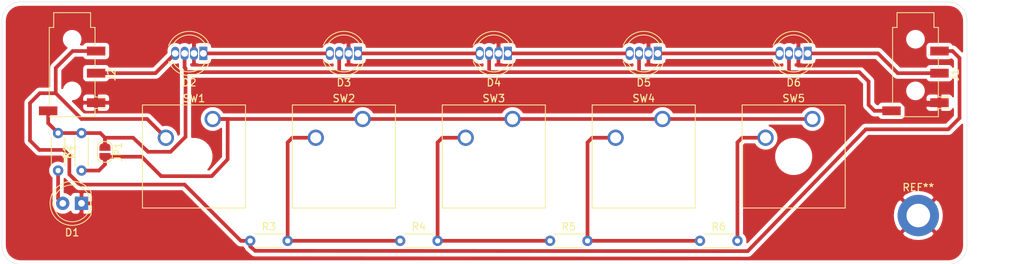
<source format=kicad_pcb>
(kicad_pcb (version 20171130) (host pcbnew "(5.1.8)-1")

  (general
    (thickness 1.6)
    (drawings 8)
    (tracks 125)
    (zones 0)
    (modules 21)
    (nets 16)
  )

  (page A4)
  (layers
    (0 F.Cu signal)
    (31 B.Cu signal)
    (32 B.Adhes user)
    (33 F.Adhes user)
    (34 B.Paste user)
    (35 F.Paste user)
    (36 B.SilkS user)
    (37 F.SilkS user)
    (38 B.Mask user)
    (39 F.Mask user)
    (40 Dwgs.User user)
    (41 Cmts.User user)
    (42 Eco1.User user)
    (43 Eco2.User user)
    (44 Edge.Cuts user)
    (45 Margin user)
    (46 B.CrtYd user)
    (47 F.CrtYd user)
    (48 B.Fab user)
    (49 F.Fab user)
  )

  (setup
    (last_trace_width 0.5)
    (user_trace_width 0.5)
    (trace_clearance 0.2)
    (zone_clearance 0.508)
    (zone_45_only no)
    (trace_min 0.2)
    (via_size 0.8)
    (via_drill 0.4)
    (via_min_size 0.4)
    (via_min_drill 0.3)
    (uvia_size 0.3)
    (uvia_drill 0.1)
    (uvias_allowed no)
    (uvia_min_size 0.2)
    (uvia_min_drill 0.1)
    (edge_width 0.05)
    (segment_width 0.2)
    (pcb_text_width 0.3)
    (pcb_text_size 1.5 1.5)
    (mod_edge_width 0.12)
    (mod_text_size 1 1)
    (mod_text_width 0.15)
    (pad_size 5.6 5.6)
    (pad_drill 3.2)
    (pad_to_mask_clearance 0)
    (aux_axis_origin 0 0)
    (visible_elements FFFFFF7F)
    (pcbplotparams
      (layerselection 0x010fc_ffffffff)
      (usegerberextensions false)
      (usegerberattributes true)
      (usegerberadvancedattributes true)
      (creategerberjobfile true)
      (excludeedgelayer true)
      (linewidth 0.100000)
      (plotframeref false)
      (viasonmask false)
      (mode 1)
      (useauxorigin false)
      (hpglpennumber 1)
      (hpglpenspeed 20)
      (hpglpendiameter 15.000000)
      (psnegative false)
      (psa4output false)
      (plotreference true)
      (plotvalue true)
      (plotinvisibletext false)
      (padsonsilk false)
      (subtractmaskfromsilk false)
      (outputformat 1)
      (mirror false)
      (drillshape 1)
      (scaleselection 1)
      (outputdirectory ""))
  )

  (net 0 "")
  (net 1 "Net-(D1-Pad2)")
  (net 2 GND)
  (net 3 Din)
  (net 4 +5V)
  (net 5 "Net-(D2-Pad1)")
  (net 6 "Net-(D3-Pad1)")
  (net 7 "Net-(D4-Pad1)")
  (net 8 "Net-(D5-Pad1)")
  (net 9 Dout)
  (net 10 Signal)
  (net 11 "Net-(JP1-Pad2)")
  (net 12 "Net-(R3-Pad2)")
  (net 13 "Net-(R4-Pad2)")
  (net 14 "Net-(R5-Pad2)")
  (net 15 "Net-(R6-Pad2)")

  (net_class Default "This is the default net class."
    (clearance 0.2)
    (trace_width 0.25)
    (via_dia 0.8)
    (via_drill 0.4)
    (uvia_dia 0.3)
    (uvia_drill 0.1)
    (add_net +5V)
    (add_net Din)
    (add_net Dout)
    (add_net GND)
    (add_net "Net-(D1-Pad2)")
    (add_net "Net-(D2-Pad1)")
    (add_net "Net-(D3-Pad1)")
    (add_net "Net-(D4-Pad1)")
    (add_net "Net-(D5-Pad1)")
    (add_net "Net-(JP1-Pad2)")
    (add_net "Net-(R3-Pad2)")
    (add_net "Net-(R4-Pad2)")
    (add_net "Net-(R5-Pad2)")
    (add_net "Net-(R6-Pad2)")
    (add_net Signal)
  )

  (module MountingHole:MountingHole_3.2mm_M3_DIN965_Pad (layer F.Cu) (tedit 6011F2F6) (tstamp 60128B23)
    (at 211.836 107.696)
    (descr "Mounting Hole 3.2mm, M3, DIN965")
    (tags "mounting hole 3.2mm m3 din965")
    (attr virtual)
    (fp_text reference REF** (at 0 -3.8) (layer F.SilkS)
      (effects (font (size 1 1) (thickness 0.15)))
    )
    (fp_text value MountingHole_3.2mm_M3_DIN965_Pad (at 0 3.8) (layer F.Fab)
      (effects (font (size 1 1) (thickness 0.15)))
    )
    (fp_text user %R (at 0.3 0) (layer F.Fab)
      (effects (font (size 1 1) (thickness 0.15)))
    )
    (fp_circle (center 0 0) (end 2.8 0) (layer Cmts.User) (width 0.15))
    (fp_circle (center 0 0) (end 3.05 0) (layer F.CrtYd) (width 0.05))
    (pad 1 thru_hole circle (at 0 0) (size 5.6 5.6) (drill 3.2) (layers *.Cu *.Mask)
      (net 2 GND))
  )

  (module LED_THT:LED_D5.0mm-4_RGB (layer F.Cu) (tedit 5B74EEBE) (tstamp 60125F08)
    (at 135.89 85.725 180)
    (descr "LED, diameter 5.0mm, 2 pins, diameter 5.0mm, 3 pins, diameter 5.0mm, 4 pins, http://www.kingbright.com/attachments/file/psearch/000/00/00/L-154A4SUREQBFZGEW(Ver.9A).pdf")
    (tags "LED diameter 5.0mm 2 pins diameter 5.0mm 3 pins diameter 5.0mm 4 pins RGB RGBLED")
    (path /60143A16)
    (fp_text reference D3 (at 1.905 -3.96) (layer F.SilkS)
      (effects (font (size 1 1) (thickness 0.15)))
    )
    (fp_text value APA-106-F5 (at 1.905 3.96) (layer F.Fab)
      (effects (font (size 1 1) (thickness 0.15)))
    )
    (fp_text user %R (at 1.905 -3.96) (layer F.Fab)
      (effects (font (size 1 1) (thickness 0.15)))
    )
    (fp_arc (start 1.905 0) (end -0.349684 1.08) (angle -128.8) (layer F.SilkS) (width 0.12))
    (fp_arc (start 1.905 0) (end -0.349684 -1.08) (angle 128.8) (layer F.SilkS) (width 0.12))
    (fp_arc (start 1.905 0) (end -0.655 1.54483) (angle -127.7) (layer F.SilkS) (width 0.12))
    (fp_arc (start 1.905 0) (end -0.655 -1.54483) (angle 127.7) (layer F.SilkS) (width 0.12))
    (fp_arc (start 1.905 0) (end -0.595 -1.469694) (angle 299.1) (layer F.Fab) (width 0.1))
    (fp_circle (center 1.905 0) (end 4.405 0) (layer F.Fab) (width 0.1))
    (fp_line (start -0.595 -1.469694) (end -0.595 1.469694) (layer F.Fab) (width 0.1))
    (fp_line (start -0.655 -1.545) (end -0.655 -1.08) (layer F.SilkS) (width 0.12))
    (fp_line (start -0.655 1.08) (end -0.655 1.545) (layer F.SilkS) (width 0.12))
    (fp_line (start -1.35 -3.25) (end -1.35 3.25) (layer F.CrtYd) (width 0.05))
    (fp_line (start -1.35 3.25) (end 5.15 3.25) (layer F.CrtYd) (width 0.05))
    (fp_line (start 5.15 3.25) (end 5.15 -3.25) (layer F.CrtYd) (width 0.05))
    (fp_line (start 5.15 -3.25) (end -1.35 -3.25) (layer F.CrtYd) (width 0.05))
    (pad 4 thru_hole oval (at 3.81 0 180) (size 1.07 1.8) (drill 0.9) (layers *.Cu *.Mask)
      (net 5 "Net-(D2-Pad1)"))
    (pad 3 thru_hole oval (at 2.54 0 180) (size 1.07 1.8) (drill 0.9) (layers *.Cu *.Mask)
      (net 4 +5V))
    (pad 2 thru_hole oval (at 1.27 0 180) (size 1.07 1.8) (drill 0.9) (layers *.Cu *.Mask)
      (net 2 GND))
    (pad 1 thru_hole rect (at 0 0 180) (size 1.07 1.8) (drill 0.9) (layers *.Cu *.Mask)
      (net 6 "Net-(D3-Pad1)"))
    (model ${KISYS3DMOD}/LED_THT.3dshapes/LED_D5.0mm-4_RGB.wrl
      (at (xyz 0 0 0))
      (scale (xyz 1 1 1))
      (rotate (xyz 0 0 0))
    )
  )

  (module Button_Switch_Keyboard:SW_Cherry_MX_1.00u_Plate (layer F.Cu) (tedit 5A02FE24) (tstamp 60126030)
    (at 116.205 94.615)
    (descr "Cherry MX keyswitch, 1.00u, plate mount, http://cherryamericas.com/wp-content/uploads/2014/12/mx_cat.pdf")
    (tags "Cherry MX keyswitch 1.00u plate")
    (path /60134CA7)
    (fp_text reference SW1 (at -2.54 -2.794) (layer F.SilkS)
      (effects (font (size 1 1) (thickness 0.15)))
    )
    (fp_text value SW_DIP_x01 (at -2.54 12.954) (layer F.Fab)
      (effects (font (size 1 1) (thickness 0.15)))
    )
    (fp_text user %R (at -2.54 -2.794) (layer F.Fab)
      (effects (font (size 1 1) (thickness 0.15)))
    )
    (fp_line (start -8.89 -1.27) (end 3.81 -1.27) (layer F.Fab) (width 0.1))
    (fp_line (start 3.81 -1.27) (end 3.81 11.43) (layer F.Fab) (width 0.1))
    (fp_line (start 3.81 11.43) (end -8.89 11.43) (layer F.Fab) (width 0.1))
    (fp_line (start -8.89 11.43) (end -8.89 -1.27) (layer F.Fab) (width 0.1))
    (fp_line (start -9.14 11.68) (end -9.14 -1.52) (layer F.CrtYd) (width 0.05))
    (fp_line (start 4.06 11.68) (end -9.14 11.68) (layer F.CrtYd) (width 0.05))
    (fp_line (start 4.06 -1.52) (end 4.06 11.68) (layer F.CrtYd) (width 0.05))
    (fp_line (start -9.14 -1.52) (end 4.06 -1.52) (layer F.CrtYd) (width 0.05))
    (fp_line (start -12.065 -4.445) (end 6.985 -4.445) (layer Dwgs.User) (width 0.15))
    (fp_line (start 6.985 -4.445) (end 6.985 14.605) (layer Dwgs.User) (width 0.15))
    (fp_line (start 6.985 14.605) (end -12.065 14.605) (layer Dwgs.User) (width 0.15))
    (fp_line (start -12.065 14.605) (end -12.065 -4.445) (layer Dwgs.User) (width 0.15))
    (fp_line (start -9.525 -1.905) (end 4.445 -1.905) (layer F.SilkS) (width 0.12))
    (fp_line (start 4.445 -1.905) (end 4.445 12.065) (layer F.SilkS) (width 0.12))
    (fp_line (start 4.445 12.065) (end -9.525 12.065) (layer F.SilkS) (width 0.12))
    (fp_line (start -9.525 12.065) (end -9.525 -1.905) (layer F.SilkS) (width 0.12))
    (pad "" np_thru_hole circle (at -2.54 5.08) (size 4 4) (drill 4) (layers *.Cu *.Mask))
    (pad 2 thru_hole circle (at -6.35 2.54) (size 2.2 2.2) (drill 1.5) (layers *.Cu *.Mask)
      (net 10 Signal))
    (pad 1 thru_hole circle (at 0 0) (size 2.2 2.2) (drill 1.5) (layers *.Cu *.Mask)
      (net 11 "Net-(JP1-Pad2)"))
    (model ${KISYS3DMOD}/Button_Switch_Keyboard.3dshapes/SW_Cherry_MX_1.00u_Plate.wrl
      (at (xyz 0 0 0))
      (scale (xyz 1 1 1))
      (rotate (xyz 0 0 0))
    )
  )

  (module Button_Switch_Keyboard:SW_Cherry_MX_1.00u_Plate (layer F.Cu) (tedit 5A02FE24) (tstamp 60126090)
    (at 197.485 94.615)
    (descr "Cherry MX keyswitch, 1.00u, plate mount, http://cherryamericas.com/wp-content/uploads/2014/12/mx_cat.pdf")
    (tags "Cherry MX keyswitch 1.00u plate")
    (path /6013706E)
    (fp_text reference SW5 (at -2.54 -2.794) (layer F.SilkS)
      (effects (font (size 1 1) (thickness 0.15)))
    )
    (fp_text value SW_DIP_x01 (at -2.54 12.954) (layer F.Fab)
      (effects (font (size 1 1) (thickness 0.15)))
    )
    (fp_text user %R (at -2.54 -2.794) (layer F.Fab)
      (effects (font (size 1 1) (thickness 0.15)))
    )
    (fp_line (start -8.89 -1.27) (end 3.81 -1.27) (layer F.Fab) (width 0.1))
    (fp_line (start 3.81 -1.27) (end 3.81 11.43) (layer F.Fab) (width 0.1))
    (fp_line (start 3.81 11.43) (end -8.89 11.43) (layer F.Fab) (width 0.1))
    (fp_line (start -8.89 11.43) (end -8.89 -1.27) (layer F.Fab) (width 0.1))
    (fp_line (start -9.14 11.68) (end -9.14 -1.52) (layer F.CrtYd) (width 0.05))
    (fp_line (start 4.06 11.68) (end -9.14 11.68) (layer F.CrtYd) (width 0.05))
    (fp_line (start 4.06 -1.52) (end 4.06 11.68) (layer F.CrtYd) (width 0.05))
    (fp_line (start -9.14 -1.52) (end 4.06 -1.52) (layer F.CrtYd) (width 0.05))
    (fp_line (start -12.065 -4.445) (end 6.985 -4.445) (layer Dwgs.User) (width 0.15))
    (fp_line (start 6.985 -4.445) (end 6.985 14.605) (layer Dwgs.User) (width 0.15))
    (fp_line (start 6.985 14.605) (end -12.065 14.605) (layer Dwgs.User) (width 0.15))
    (fp_line (start -12.065 14.605) (end -12.065 -4.445) (layer Dwgs.User) (width 0.15))
    (fp_line (start -9.525 -1.905) (end 4.445 -1.905) (layer F.SilkS) (width 0.12))
    (fp_line (start 4.445 -1.905) (end 4.445 12.065) (layer F.SilkS) (width 0.12))
    (fp_line (start 4.445 12.065) (end -9.525 12.065) (layer F.SilkS) (width 0.12))
    (fp_line (start -9.525 12.065) (end -9.525 -1.905) (layer F.SilkS) (width 0.12))
    (pad "" np_thru_hole circle (at -2.54 5.08) (size 4 4) (drill 4) (layers *.Cu *.Mask))
    (pad 2 thru_hole circle (at -6.35 2.54) (size 2.2 2.2) (drill 1.5) (layers *.Cu *.Mask)
      (net 15 "Net-(R6-Pad2)"))
    (pad 1 thru_hole circle (at 0 0) (size 2.2 2.2) (drill 1.5) (layers *.Cu *.Mask)
      (net 11 "Net-(JP1-Pad2)"))
    (model ${KISYS3DMOD}/Button_Switch_Keyboard.3dshapes/SW_Cherry_MX_1.00u_Plate.wrl
      (at (xyz 0 0 0))
      (scale (xyz 1 1 1))
      (rotate (xyz 0 0 0))
    )
  )

  (module Button_Switch_Keyboard:SW_Cherry_MX_1.00u_Plate (layer F.Cu) (tedit 5A02FE24) (tstamp 60126078)
    (at 177.165 94.615)
    (descr "Cherry MX keyswitch, 1.00u, plate mount, http://cherryamericas.com/wp-content/uploads/2014/12/mx_cat.pdf")
    (tags "Cherry MX keyswitch 1.00u plate")
    (path /60136B1F)
    (fp_text reference SW4 (at -2.54 -2.794) (layer F.SilkS)
      (effects (font (size 1 1) (thickness 0.15)))
    )
    (fp_text value SW_DIP_x01 (at -2.54 12.954) (layer F.Fab)
      (effects (font (size 1 1) (thickness 0.15)))
    )
    (fp_text user %R (at -2.54 -2.794) (layer F.Fab)
      (effects (font (size 1 1) (thickness 0.15)))
    )
    (fp_line (start -8.89 -1.27) (end 3.81 -1.27) (layer F.Fab) (width 0.1))
    (fp_line (start 3.81 -1.27) (end 3.81 11.43) (layer F.Fab) (width 0.1))
    (fp_line (start 3.81 11.43) (end -8.89 11.43) (layer F.Fab) (width 0.1))
    (fp_line (start -8.89 11.43) (end -8.89 -1.27) (layer F.Fab) (width 0.1))
    (fp_line (start -9.14 11.68) (end -9.14 -1.52) (layer F.CrtYd) (width 0.05))
    (fp_line (start 4.06 11.68) (end -9.14 11.68) (layer F.CrtYd) (width 0.05))
    (fp_line (start 4.06 -1.52) (end 4.06 11.68) (layer F.CrtYd) (width 0.05))
    (fp_line (start -9.14 -1.52) (end 4.06 -1.52) (layer F.CrtYd) (width 0.05))
    (fp_line (start -12.065 -4.445) (end 6.985 -4.445) (layer Dwgs.User) (width 0.15))
    (fp_line (start 6.985 -4.445) (end 6.985 14.605) (layer Dwgs.User) (width 0.15))
    (fp_line (start 6.985 14.605) (end -12.065 14.605) (layer Dwgs.User) (width 0.15))
    (fp_line (start -12.065 14.605) (end -12.065 -4.445) (layer Dwgs.User) (width 0.15))
    (fp_line (start -9.525 -1.905) (end 4.445 -1.905) (layer F.SilkS) (width 0.12))
    (fp_line (start 4.445 -1.905) (end 4.445 12.065) (layer F.SilkS) (width 0.12))
    (fp_line (start 4.445 12.065) (end -9.525 12.065) (layer F.SilkS) (width 0.12))
    (fp_line (start -9.525 12.065) (end -9.525 -1.905) (layer F.SilkS) (width 0.12))
    (pad "" np_thru_hole circle (at -2.54 5.08) (size 4 4) (drill 4) (layers *.Cu *.Mask))
    (pad 2 thru_hole circle (at -6.35 2.54) (size 2.2 2.2) (drill 1.5) (layers *.Cu *.Mask)
      (net 14 "Net-(R5-Pad2)"))
    (pad 1 thru_hole circle (at 0 0) (size 2.2 2.2) (drill 1.5) (layers *.Cu *.Mask)
      (net 11 "Net-(JP1-Pad2)"))
    (model ${KISYS3DMOD}/Button_Switch_Keyboard.3dshapes/SW_Cherry_MX_1.00u_Plate.wrl
      (at (xyz 0 0 0))
      (scale (xyz 1 1 1))
      (rotate (xyz 0 0 0))
    )
  )

  (module Button_Switch_Keyboard:SW_Cherry_MX_1.00u_Plate (layer F.Cu) (tedit 5A02FE24) (tstamp 60126060)
    (at 156.845 94.615)
    (descr "Cherry MX keyswitch, 1.00u, plate mount, http://cherryamericas.com/wp-content/uploads/2014/12/mx_cat.pdf")
    (tags "Cherry MX keyswitch 1.00u plate")
    (path /60136651)
    (fp_text reference SW3 (at -2.54 -2.794) (layer F.SilkS)
      (effects (font (size 1 1) (thickness 0.15)))
    )
    (fp_text value SW_DIP_x01 (at -2.54 12.954) (layer F.Fab)
      (effects (font (size 1 1) (thickness 0.15)))
    )
    (fp_text user %R (at -2.54 -2.794) (layer F.Fab)
      (effects (font (size 1 1) (thickness 0.15)))
    )
    (fp_line (start -8.89 -1.27) (end 3.81 -1.27) (layer F.Fab) (width 0.1))
    (fp_line (start 3.81 -1.27) (end 3.81 11.43) (layer F.Fab) (width 0.1))
    (fp_line (start 3.81 11.43) (end -8.89 11.43) (layer F.Fab) (width 0.1))
    (fp_line (start -8.89 11.43) (end -8.89 -1.27) (layer F.Fab) (width 0.1))
    (fp_line (start -9.14 11.68) (end -9.14 -1.52) (layer F.CrtYd) (width 0.05))
    (fp_line (start 4.06 11.68) (end -9.14 11.68) (layer F.CrtYd) (width 0.05))
    (fp_line (start 4.06 -1.52) (end 4.06 11.68) (layer F.CrtYd) (width 0.05))
    (fp_line (start -9.14 -1.52) (end 4.06 -1.52) (layer F.CrtYd) (width 0.05))
    (fp_line (start -12.065 -4.445) (end 6.985 -4.445) (layer Dwgs.User) (width 0.15))
    (fp_line (start 6.985 -4.445) (end 6.985 14.605) (layer Dwgs.User) (width 0.15))
    (fp_line (start 6.985 14.605) (end -12.065 14.605) (layer Dwgs.User) (width 0.15))
    (fp_line (start -12.065 14.605) (end -12.065 -4.445) (layer Dwgs.User) (width 0.15))
    (fp_line (start -9.525 -1.905) (end 4.445 -1.905) (layer F.SilkS) (width 0.12))
    (fp_line (start 4.445 -1.905) (end 4.445 12.065) (layer F.SilkS) (width 0.12))
    (fp_line (start 4.445 12.065) (end -9.525 12.065) (layer F.SilkS) (width 0.12))
    (fp_line (start -9.525 12.065) (end -9.525 -1.905) (layer F.SilkS) (width 0.12))
    (pad "" np_thru_hole circle (at -2.54 5.08) (size 4 4) (drill 4) (layers *.Cu *.Mask))
    (pad 2 thru_hole circle (at -6.35 2.54) (size 2.2 2.2) (drill 1.5) (layers *.Cu *.Mask)
      (net 13 "Net-(R4-Pad2)"))
    (pad 1 thru_hole circle (at 0 0) (size 2.2 2.2) (drill 1.5) (layers *.Cu *.Mask)
      (net 11 "Net-(JP1-Pad2)"))
    (model ${KISYS3DMOD}/Button_Switch_Keyboard.3dshapes/SW_Cherry_MX_1.00u_Plate.wrl
      (at (xyz 0 0 0))
      (scale (xyz 1 1 1))
      (rotate (xyz 0 0 0))
    )
  )

  (module Button_Switch_Keyboard:SW_Cherry_MX_1.00u_Plate (layer F.Cu) (tedit 5A02FE24) (tstamp 60126048)
    (at 136.525 94.615)
    (descr "Cherry MX keyswitch, 1.00u, plate mount, http://cherryamericas.com/wp-content/uploads/2014/12/mx_cat.pdf")
    (tags "Cherry MX keyswitch 1.00u plate")
    (path /60135A16)
    (fp_text reference SW2 (at -2.54 -2.794) (layer F.SilkS)
      (effects (font (size 1 1) (thickness 0.15)))
    )
    (fp_text value SW_DIP_x01 (at -2.54 12.954) (layer F.Fab)
      (effects (font (size 1 1) (thickness 0.15)))
    )
    (fp_text user %R (at -2.54 -2.794) (layer F.Fab)
      (effects (font (size 1 1) (thickness 0.15)))
    )
    (fp_line (start -8.89 -1.27) (end 3.81 -1.27) (layer F.Fab) (width 0.1))
    (fp_line (start 3.81 -1.27) (end 3.81 11.43) (layer F.Fab) (width 0.1))
    (fp_line (start 3.81 11.43) (end -8.89 11.43) (layer F.Fab) (width 0.1))
    (fp_line (start -8.89 11.43) (end -8.89 -1.27) (layer F.Fab) (width 0.1))
    (fp_line (start -9.14 11.68) (end -9.14 -1.52) (layer F.CrtYd) (width 0.05))
    (fp_line (start 4.06 11.68) (end -9.14 11.68) (layer F.CrtYd) (width 0.05))
    (fp_line (start 4.06 -1.52) (end 4.06 11.68) (layer F.CrtYd) (width 0.05))
    (fp_line (start -9.14 -1.52) (end 4.06 -1.52) (layer F.CrtYd) (width 0.05))
    (fp_line (start -12.065 -4.445) (end 6.985 -4.445) (layer Dwgs.User) (width 0.15))
    (fp_line (start 6.985 -4.445) (end 6.985 14.605) (layer Dwgs.User) (width 0.15))
    (fp_line (start 6.985 14.605) (end -12.065 14.605) (layer Dwgs.User) (width 0.15))
    (fp_line (start -12.065 14.605) (end -12.065 -4.445) (layer Dwgs.User) (width 0.15))
    (fp_line (start -9.525 -1.905) (end 4.445 -1.905) (layer F.SilkS) (width 0.12))
    (fp_line (start 4.445 -1.905) (end 4.445 12.065) (layer F.SilkS) (width 0.12))
    (fp_line (start 4.445 12.065) (end -9.525 12.065) (layer F.SilkS) (width 0.12))
    (fp_line (start -9.525 12.065) (end -9.525 -1.905) (layer F.SilkS) (width 0.12))
    (pad "" np_thru_hole circle (at -2.54 5.08) (size 4 4) (drill 4) (layers *.Cu *.Mask))
    (pad 2 thru_hole circle (at -6.35 2.54) (size 2.2 2.2) (drill 1.5) (layers *.Cu *.Mask)
      (net 12 "Net-(R3-Pad2)"))
    (pad 1 thru_hole circle (at 0 0) (size 2.2 2.2) (drill 1.5) (layers *.Cu *.Mask)
      (net 11 "Net-(JP1-Pad2)"))
    (model ${KISYS3DMOD}/Button_Switch_Keyboard.3dshapes/SW_Cherry_MX_1.00u_Plate.wrl
      (at (xyz 0 0 0))
      (scale (xyz 1 1 1))
      (rotate (xyz 0 0 0))
    )
  )

  (module Resistor_THT:R_Axial_DIN0204_L3.6mm_D1.6mm_P5.08mm_Horizontal (layer F.Cu) (tedit 5AE5139B) (tstamp 60126018)
    (at 182.245 111.125)
    (descr "Resistor, Axial_DIN0204 series, Axial, Horizontal, pin pitch=5.08mm, 0.167W, length*diameter=3.6*1.6mm^2, http://cdn-reichelt.de/documents/datenblatt/B400/1_4W%23YAG.pdf")
    (tags "Resistor Axial_DIN0204 series Axial Horizontal pin pitch 5.08mm 0.167W length 3.6mm diameter 1.6mm")
    (path /60169A02)
    (fp_text reference R6 (at 2.54 -1.92) (layer F.SilkS)
      (effects (font (size 1 1) (thickness 0.15)))
    )
    (fp_text value 1K (at 2.54 1.92) (layer F.Fab)
      (effects (font (size 1 1) (thickness 0.15)))
    )
    (fp_text user %R (at 2.54 0) (layer F.Fab)
      (effects (font (size 0.72 0.72) (thickness 0.108)))
    )
    (fp_line (start 0.74 -0.8) (end 0.74 0.8) (layer F.Fab) (width 0.1))
    (fp_line (start 0.74 0.8) (end 4.34 0.8) (layer F.Fab) (width 0.1))
    (fp_line (start 4.34 0.8) (end 4.34 -0.8) (layer F.Fab) (width 0.1))
    (fp_line (start 4.34 -0.8) (end 0.74 -0.8) (layer F.Fab) (width 0.1))
    (fp_line (start 0 0) (end 0.74 0) (layer F.Fab) (width 0.1))
    (fp_line (start 5.08 0) (end 4.34 0) (layer F.Fab) (width 0.1))
    (fp_line (start 0.62 -0.92) (end 4.46 -0.92) (layer F.SilkS) (width 0.12))
    (fp_line (start 0.62 0.92) (end 4.46 0.92) (layer F.SilkS) (width 0.12))
    (fp_line (start -0.95 -1.05) (end -0.95 1.05) (layer F.CrtYd) (width 0.05))
    (fp_line (start -0.95 1.05) (end 6.03 1.05) (layer F.CrtYd) (width 0.05))
    (fp_line (start 6.03 1.05) (end 6.03 -1.05) (layer F.CrtYd) (width 0.05))
    (fp_line (start 6.03 -1.05) (end -0.95 -1.05) (layer F.CrtYd) (width 0.05))
    (pad 2 thru_hole oval (at 5.08 0) (size 1.4 1.4) (drill 0.7) (layers *.Cu *.Mask)
      (net 15 "Net-(R6-Pad2)"))
    (pad 1 thru_hole circle (at 0 0) (size 1.4 1.4) (drill 0.7) (layers *.Cu *.Mask)
      (net 14 "Net-(R5-Pad2)"))
    (model ${KISYS3DMOD}/Resistor_THT.3dshapes/R_Axial_DIN0204_L3.6mm_D1.6mm_P5.08mm_Horizontal.wrl
      (at (xyz 0 0 0))
      (scale (xyz 1 1 1))
      (rotate (xyz 0 0 0))
    )
  )

  (module Resistor_THT:R_Axial_DIN0204_L3.6mm_D1.6mm_P5.08mm_Horizontal (layer F.Cu) (tedit 5AE5139B) (tstamp 60126005)
    (at 161.925 111.125)
    (descr "Resistor, Axial_DIN0204 series, Axial, Horizontal, pin pitch=5.08mm, 0.167W, length*diameter=3.6*1.6mm^2, http://cdn-reichelt.de/documents/datenblatt/B400/1_4W%23YAG.pdf")
    (tags "Resistor Axial_DIN0204 series Axial Horizontal pin pitch 5.08mm 0.167W length 3.6mm diameter 1.6mm")
    (path /601694F7)
    (fp_text reference R5 (at 2.54 -1.92) (layer F.SilkS)
      (effects (font (size 1 1) (thickness 0.15)))
    )
    (fp_text value 1K (at 2.54 1.92) (layer F.Fab)
      (effects (font (size 1 1) (thickness 0.15)))
    )
    (fp_text user %R (at 2.54 0) (layer F.Fab)
      (effects (font (size 0.72 0.72) (thickness 0.108)))
    )
    (fp_line (start 0.74 -0.8) (end 0.74 0.8) (layer F.Fab) (width 0.1))
    (fp_line (start 0.74 0.8) (end 4.34 0.8) (layer F.Fab) (width 0.1))
    (fp_line (start 4.34 0.8) (end 4.34 -0.8) (layer F.Fab) (width 0.1))
    (fp_line (start 4.34 -0.8) (end 0.74 -0.8) (layer F.Fab) (width 0.1))
    (fp_line (start 0 0) (end 0.74 0) (layer F.Fab) (width 0.1))
    (fp_line (start 5.08 0) (end 4.34 0) (layer F.Fab) (width 0.1))
    (fp_line (start 0.62 -0.92) (end 4.46 -0.92) (layer F.SilkS) (width 0.12))
    (fp_line (start 0.62 0.92) (end 4.46 0.92) (layer F.SilkS) (width 0.12))
    (fp_line (start -0.95 -1.05) (end -0.95 1.05) (layer F.CrtYd) (width 0.05))
    (fp_line (start -0.95 1.05) (end 6.03 1.05) (layer F.CrtYd) (width 0.05))
    (fp_line (start 6.03 1.05) (end 6.03 -1.05) (layer F.CrtYd) (width 0.05))
    (fp_line (start 6.03 -1.05) (end -0.95 -1.05) (layer F.CrtYd) (width 0.05))
    (pad 2 thru_hole oval (at 5.08 0) (size 1.4 1.4) (drill 0.7) (layers *.Cu *.Mask)
      (net 14 "Net-(R5-Pad2)"))
    (pad 1 thru_hole circle (at 0 0) (size 1.4 1.4) (drill 0.7) (layers *.Cu *.Mask)
      (net 13 "Net-(R4-Pad2)"))
    (model ${KISYS3DMOD}/Resistor_THT.3dshapes/R_Axial_DIN0204_L3.6mm_D1.6mm_P5.08mm_Horizontal.wrl
      (at (xyz 0 0 0))
      (scale (xyz 1 1 1))
      (rotate (xyz 0 0 0))
    )
  )

  (module Resistor_THT:R_Axial_DIN0204_L3.6mm_D1.6mm_P5.08mm_Horizontal (layer F.Cu) (tedit 5AE5139B) (tstamp 60125FF2)
    (at 141.605 111.125)
    (descr "Resistor, Axial_DIN0204 series, Axial, Horizontal, pin pitch=5.08mm, 0.167W, length*diameter=3.6*1.6mm^2, http://cdn-reichelt.de/documents/datenblatt/B400/1_4W%23YAG.pdf")
    (tags "Resistor Axial_DIN0204 series Axial Horizontal pin pitch 5.08mm 0.167W length 3.6mm diameter 1.6mm")
    (path /6016911D)
    (fp_text reference R4 (at 2.54 -1.92) (layer F.SilkS)
      (effects (font (size 1 1) (thickness 0.15)))
    )
    (fp_text value 1K (at 2.54 1.92) (layer F.Fab)
      (effects (font (size 1 1) (thickness 0.15)))
    )
    (fp_text user %R (at 2.36 0) (layer F.Fab)
      (effects (font (size 0.72 0.72) (thickness 0.108)))
    )
    (fp_line (start 0.74 -0.8) (end 0.74 0.8) (layer F.Fab) (width 0.1))
    (fp_line (start 0.74 0.8) (end 4.34 0.8) (layer F.Fab) (width 0.1))
    (fp_line (start 4.34 0.8) (end 4.34 -0.8) (layer F.Fab) (width 0.1))
    (fp_line (start 4.34 -0.8) (end 0.74 -0.8) (layer F.Fab) (width 0.1))
    (fp_line (start 0 0) (end 0.74 0) (layer F.Fab) (width 0.1))
    (fp_line (start 5.08 0) (end 4.34 0) (layer F.Fab) (width 0.1))
    (fp_line (start 0.62 -0.92) (end 4.46 -0.92) (layer F.SilkS) (width 0.12))
    (fp_line (start 0.62 0.92) (end 4.46 0.92) (layer F.SilkS) (width 0.12))
    (fp_line (start -0.95 -1.05) (end -0.95 1.05) (layer F.CrtYd) (width 0.05))
    (fp_line (start -0.95 1.05) (end 6.03 1.05) (layer F.CrtYd) (width 0.05))
    (fp_line (start 6.03 1.05) (end 6.03 -1.05) (layer F.CrtYd) (width 0.05))
    (fp_line (start 6.03 -1.05) (end -0.95 -1.05) (layer F.CrtYd) (width 0.05))
    (pad 2 thru_hole oval (at 5.08 0) (size 1.4 1.4) (drill 0.7) (layers *.Cu *.Mask)
      (net 13 "Net-(R4-Pad2)"))
    (pad 1 thru_hole circle (at 0 0) (size 1.4 1.4) (drill 0.7) (layers *.Cu *.Mask)
      (net 12 "Net-(R3-Pad2)"))
    (model ${KISYS3DMOD}/Resistor_THT.3dshapes/R_Axial_DIN0204_L3.6mm_D1.6mm_P5.08mm_Horizontal.wrl
      (at (xyz 0 0 0))
      (scale (xyz 1 1 1))
      (rotate (xyz 0 0 0))
    )
  )

  (module Resistor_THT:R_Axial_DIN0204_L3.6mm_D1.6mm_P5.08mm_Horizontal (layer F.Cu) (tedit 5AE5139B) (tstamp 60125FDF)
    (at 121.285 111.125)
    (descr "Resistor, Axial_DIN0204 series, Axial, Horizontal, pin pitch=5.08mm, 0.167W, length*diameter=3.6*1.6mm^2, http://cdn-reichelt.de/documents/datenblatt/B400/1_4W%23YAG.pdf")
    (tags "Resistor Axial_DIN0204 series Axial Horizontal pin pitch 5.08mm 0.167W length 3.6mm diameter 1.6mm")
    (path /6016823D)
    (fp_text reference R3 (at 2.54 -1.92) (layer F.SilkS)
      (effects (font (size 1 1) (thickness 0.15)))
    )
    (fp_text value 1K (at 2.54 1.92) (layer F.Fab)
      (effects (font (size 1 1) (thickness 0.15)))
    )
    (fp_text user %R (at 2.54 0) (layer F.Fab)
      (effects (font (size 0.72 0.72) (thickness 0.108)))
    )
    (fp_line (start 0.74 -0.8) (end 0.74 0.8) (layer F.Fab) (width 0.1))
    (fp_line (start 0.74 0.8) (end 4.34 0.8) (layer F.Fab) (width 0.1))
    (fp_line (start 4.34 0.8) (end 4.34 -0.8) (layer F.Fab) (width 0.1))
    (fp_line (start 4.34 -0.8) (end 0.74 -0.8) (layer F.Fab) (width 0.1))
    (fp_line (start 0 0) (end 0.74 0) (layer F.Fab) (width 0.1))
    (fp_line (start 5.08 0) (end 4.34 0) (layer F.Fab) (width 0.1))
    (fp_line (start 0.62 -0.92) (end 4.46 -0.92) (layer F.SilkS) (width 0.12))
    (fp_line (start 0.62 0.92) (end 4.46 0.92) (layer F.SilkS) (width 0.12))
    (fp_line (start -0.95 -1.05) (end -0.95 1.05) (layer F.CrtYd) (width 0.05))
    (fp_line (start -0.95 1.05) (end 6.03 1.05) (layer F.CrtYd) (width 0.05))
    (fp_line (start 6.03 1.05) (end 6.03 -1.05) (layer F.CrtYd) (width 0.05))
    (fp_line (start 6.03 -1.05) (end -0.95 -1.05) (layer F.CrtYd) (width 0.05))
    (pad 2 thru_hole oval (at 5.08 0) (size 1.4 1.4) (drill 0.7) (layers *.Cu *.Mask)
      (net 12 "Net-(R3-Pad2)"))
    (pad 1 thru_hole circle (at 0 0) (size 1.4 1.4) (drill 0.7) (layers *.Cu *.Mask)
      (net 10 Signal))
    (model ${KISYS3DMOD}/Resistor_THT.3dshapes/R_Axial_DIN0204_L3.6mm_D1.6mm_P5.08mm_Horizontal.wrl
      (at (xyz 0 0 0))
      (scale (xyz 1 1 1))
      (rotate (xyz 0 0 0))
    )
  )

  (module Resistor_THT:R_Axial_DIN0204_L3.6mm_D1.6mm_P5.08mm_Horizontal (layer F.Cu) (tedit 5AE5139B) (tstamp 601282DB)
    (at 98.425 101.6 90)
    (descr "Resistor, Axial_DIN0204 series, Axial, Horizontal, pin pitch=5.08mm, 0.167W, length*diameter=3.6*1.6mm^2, http://cdn-reichelt.de/documents/datenblatt/B400/1_4W%23YAG.pdf")
    (tags "Resistor Axial_DIN0204 series Axial Horizontal pin pitch 5.08mm 0.167W length 3.6mm diameter 1.6mm")
    (path /6013FE17)
    (fp_text reference R2 (at 2.54 -1.92 90) (layer F.SilkS)
      (effects (font (size 1 1) (thickness 0.15)))
    )
    (fp_text value 5K (at 2.54 1.92 90) (layer F.Fab)
      (effects (font (size 1 1) (thickness 0.15)))
    )
    (fp_text user %R (at 2.54 0 90) (layer F.Fab)
      (effects (font (size 0.72 0.72) (thickness 0.108)))
    )
    (fp_line (start 0.74 -0.8) (end 0.74 0.8) (layer F.Fab) (width 0.1))
    (fp_line (start 0.74 0.8) (end 4.34 0.8) (layer F.Fab) (width 0.1))
    (fp_line (start 4.34 0.8) (end 4.34 -0.8) (layer F.Fab) (width 0.1))
    (fp_line (start 4.34 -0.8) (end 0.74 -0.8) (layer F.Fab) (width 0.1))
    (fp_line (start 0 0) (end 0.74 0) (layer F.Fab) (width 0.1))
    (fp_line (start 5.08 0) (end 4.34 0) (layer F.Fab) (width 0.1))
    (fp_line (start 0.62 -0.92) (end 4.46 -0.92) (layer F.SilkS) (width 0.12))
    (fp_line (start 0.62 0.92) (end 4.46 0.92) (layer F.SilkS) (width 0.12))
    (fp_line (start -0.95 -1.05) (end -0.95 1.05) (layer F.CrtYd) (width 0.05))
    (fp_line (start -0.95 1.05) (end 6.03 1.05) (layer F.CrtYd) (width 0.05))
    (fp_line (start 6.03 1.05) (end 6.03 -1.05) (layer F.CrtYd) (width 0.05))
    (fp_line (start 6.03 -1.05) (end -0.95 -1.05) (layer F.CrtYd) (width 0.05))
    (pad 2 thru_hole oval (at 5.08 0 90) (size 1.4 1.4) (drill 0.7) (layers *.Cu *.Mask)
      (net 4 +5V))
    (pad 1 thru_hole circle (at 0 0 90) (size 1.4 1.4) (drill 0.7) (layers *.Cu *.Mask)
      (net 11 "Net-(JP1-Pad2)"))
    (model ${KISYS3DMOD}/Resistor_THT.3dshapes/R_Axial_DIN0204_L3.6mm_D1.6mm_P5.08mm_Horizontal.wrl
      (at (xyz 0 0 0))
      (scale (xyz 1 1 1))
      (rotate (xyz 0 0 0))
    )
  )

  (module Resistor_THT:R_Axial_DIN0204_L3.6mm_D1.6mm_P5.08mm_Horizontal (layer F.Cu) (tedit 5AE5139B) (tstamp 60125FB9)
    (at 95.25 96.52 270)
    (descr "Resistor, Axial_DIN0204 series, Axial, Horizontal, pin pitch=5.08mm, 0.167W, length*diameter=3.6*1.6mm^2, http://cdn-reichelt.de/documents/datenblatt/B400/1_4W%23YAG.pdf")
    (tags "Resistor Axial_DIN0204 series Axial Horizontal pin pitch 5.08mm 0.167W length 3.6mm diameter 1.6mm")
    (path /60122FC1)
    (fp_text reference R1 (at 2.54 -1.92 90) (layer F.SilkS)
      (effects (font (size 1 1) (thickness 0.15)))
    )
    (fp_text value R_Small (at 2.54 1.92 90) (layer F.Fab)
      (effects (font (size 1 1) (thickness 0.15)))
    )
    (fp_text user %R (at 2.54 0 90) (layer F.Fab)
      (effects (font (size 0.72 0.72) (thickness 0.108)))
    )
    (fp_line (start 0.74 -0.8) (end 0.74 0.8) (layer F.Fab) (width 0.1))
    (fp_line (start 0.74 0.8) (end 4.34 0.8) (layer F.Fab) (width 0.1))
    (fp_line (start 4.34 0.8) (end 4.34 -0.8) (layer F.Fab) (width 0.1))
    (fp_line (start 4.34 -0.8) (end 0.74 -0.8) (layer F.Fab) (width 0.1))
    (fp_line (start 0 0) (end 0.74 0) (layer F.Fab) (width 0.1))
    (fp_line (start 5.08 0) (end 4.34 0) (layer F.Fab) (width 0.1))
    (fp_line (start 0.62 -0.92) (end 4.46 -0.92) (layer F.SilkS) (width 0.12))
    (fp_line (start 0.62 0.92) (end 4.46 0.92) (layer F.SilkS) (width 0.12))
    (fp_line (start -0.95 -1.05) (end -0.95 1.05) (layer F.CrtYd) (width 0.05))
    (fp_line (start -0.95 1.05) (end 6.03 1.05) (layer F.CrtYd) (width 0.05))
    (fp_line (start 6.03 1.05) (end 6.03 -1.05) (layer F.CrtYd) (width 0.05))
    (fp_line (start 6.03 -1.05) (end -0.95 -1.05) (layer F.CrtYd) (width 0.05))
    (pad 2 thru_hole oval (at 5.08 0 270) (size 1.4 1.4) (drill 0.7) (layers *.Cu *.Mask)
      (net 1 "Net-(D1-Pad2)"))
    (pad 1 thru_hole circle (at 0 0 270) (size 1.4 1.4) (drill 0.7) (layers *.Cu *.Mask)
      (net 4 +5V))
    (model ${KISYS3DMOD}/Resistor_THT.3dshapes/R_Axial_DIN0204_L3.6mm_D1.6mm_P5.08mm_Horizontal.wrl
      (at (xyz 0 0 0))
      (scale (xyz 1 1 1))
      (rotate (xyz 0 0 0))
    )
  )

  (module Jumper:SolderJumper-2_P1.3mm_Open_RoundedPad1.0x1.5mm (layer F.Cu) (tedit 5B391E66) (tstamp 60125FA6)
    (at 101.6 99.075 270)
    (descr "SMD Solder Jumper, 1x1.5mm, rounded Pads, 0.3mm gap, open")
    (tags "solder jumper open")
    (path /60142B8E)
    (attr virtual)
    (fp_text reference JP1 (at 0 -1.8 90) (layer F.SilkS)
      (effects (font (size 1 1) (thickness 0.15)))
    )
    (fp_text value SolderJumper_2_Open (at 0 1.9 90) (layer F.Fab)
      (effects (font (size 1 1) (thickness 0.15)))
    )
    (fp_arc (start -0.7 -0.3) (end -0.7 -1) (angle -90) (layer F.SilkS) (width 0.12))
    (fp_arc (start -0.7 0.3) (end -1.4 0.3) (angle -90) (layer F.SilkS) (width 0.12))
    (fp_arc (start 0.7 0.3) (end 0.7 1) (angle -90) (layer F.SilkS) (width 0.12))
    (fp_arc (start 0.7 -0.3) (end 1.4 -0.3) (angle -90) (layer F.SilkS) (width 0.12))
    (fp_line (start -1.4 0.3) (end -1.4 -0.3) (layer F.SilkS) (width 0.12))
    (fp_line (start 0.7 1) (end -0.7 1) (layer F.SilkS) (width 0.12))
    (fp_line (start 1.4 -0.3) (end 1.4 0.3) (layer F.SilkS) (width 0.12))
    (fp_line (start -0.7 -1) (end 0.7 -1) (layer F.SilkS) (width 0.12))
    (fp_line (start -1.65 -1.25) (end 1.65 -1.25) (layer F.CrtYd) (width 0.05))
    (fp_line (start -1.65 -1.25) (end -1.65 1.25) (layer F.CrtYd) (width 0.05))
    (fp_line (start 1.65 1.25) (end 1.65 -1.25) (layer F.CrtYd) (width 0.05))
    (fp_line (start 1.65 1.25) (end -1.65 1.25) (layer F.CrtYd) (width 0.05))
    (pad 2 smd custom (at 0.65 0 270) (size 1 0.5) (layers F.Cu F.Mask)
      (net 11 "Net-(JP1-Pad2)") (zone_connect 2)
      (options (clearance outline) (anchor rect))
      (primitives
        (gr_circle (center 0 0.25) (end 0.5 0.25) (width 0))
        (gr_circle (center 0 -0.25) (end 0.5 -0.25) (width 0))
        (gr_poly (pts
           (xy 0 -0.75) (xy -0.5 -0.75) (xy -0.5 0.75) (xy 0 0.75)) (width 0))
      ))
    (pad 1 smd custom (at -0.65 0 270) (size 1 0.5) (layers F.Cu F.Mask)
      (net 4 +5V) (zone_connect 2)
      (options (clearance outline) (anchor rect))
      (primitives
        (gr_circle (center 0 0.25) (end 0.5 0.25) (width 0))
        (gr_circle (center 0 -0.25) (end 0.5 -0.25) (width 0))
        (gr_poly (pts
           (xy 0 -0.75) (xy 0.5 -0.75) (xy 0.5 0.75) (xy 0 0.75)) (width 0))
      ))
  )

  (module Connector_Audio:Jack_3.5mm_PJ320D_Horizontal (layer F.Cu) (tedit 5C06A514) (tstamp 60126AA6)
    (at 97.155 88.58 270)
    (descr "Headphones with microphone connector, 3.5mm, 4 pins (http://www.qingpu-electronics.com/en/products/WQP-PJ320D-72.html)")
    (tags "3.5mm jack mic microphone phones headphones 4pins audio plug")
    (path /6011D024)
    (attr smd)
    (fp_text reference J2 (at 0.05 -5.35 90) (layer F.SilkS)
      (effects (font (size 1 1) (thickness 0.15)))
    )
    (fp_text value AudioJack4 (at -0.025 6.35 90) (layer F.Fab)
      (effects (font (size 1 1) (thickness 0.15)))
    )
    (fp_text user %R (at -1.195 0) (layer F.Fab)
      (effects (font (size 1 1) (thickness 0.15)))
    )
    (fp_line (start 3.05 -3.1) (end 3.05 -4.5) (layer F.SilkS) (width 0.12))
    (fp_line (start 4.6 -3.1) (end 4.6 -4.5) (layer F.SilkS) (width 0.12))
    (fp_line (start 5.575 2.9) (end -6.225 2.9) (layer F.Fab) (width 0.1))
    (fp_line (start -6.225 2.9) (end -6.225 2.3) (layer F.Fab) (width 0.1))
    (fp_line (start -6.225 2.3) (end -8.225 2.3) (layer F.Fab) (width 0.1))
    (fp_line (start -8.225 2.3) (end -8.225 -2.3) (layer F.Fab) (width 0.1))
    (fp_line (start -8.225 -2.3) (end -6.225 -2.3) (layer F.Fab) (width 0.1))
    (fp_line (start -6.225 -2.3) (end -6.225 -2.9) (layer F.Fab) (width 0.1))
    (fp_line (start -6.225 -2.9) (end 5.575 -2.9) (layer F.Fab) (width 0.1))
    (fp_line (start 5.575 -2.9) (end 5.575 2.9) (layer F.Fab) (width 0.1))
    (fp_line (start 4.15 3.1) (end -6.375 3.1) (layer F.SilkS) (width 0.12))
    (fp_line (start 4.6 -3.1) (end 5.725 -3.1) (layer F.SilkS) (width 0.12))
    (fp_line (start 0.65 -3.1) (end 3.05 -3.1) (layer F.SilkS) (width 0.12))
    (fp_line (start -2.35 -3.1) (end -1 -3.1) (layer F.SilkS) (width 0.12))
    (fp_line (start -6.375 -3.1) (end -4 -3.1) (layer F.SilkS) (width 0.12))
    (fp_line (start 6.07 5) (end 6.07 -5) (layer F.CrtYd) (width 0.05))
    (fp_line (start -8.73 5) (end -8.73 -5) (layer F.CrtYd) (width 0.05))
    (fp_line (start 5.725 3.1) (end 5.725 -3.1) (layer F.SilkS) (width 0.12))
    (fp_line (start -8.73 5) (end 6.07 5) (layer F.CrtYd) (width 0.05))
    (fp_line (start -8.73 -5) (end 6.07 -5) (layer F.CrtYd) (width 0.05))
    (fp_line (start -6.375 -3.1) (end -6.375 -2.5) (layer F.SilkS) (width 0.12))
    (fp_line (start -6.375 2.5) (end -6.375 3.1) (layer F.SilkS) (width 0.12))
    (fp_line (start -8.375 -2.5) (end -8.375 2.5) (layer F.SilkS) (width 0.12))
    (fp_line (start -6.375 -2.5) (end -8.375 -2.5) (layer F.SilkS) (width 0.12))
    (fp_line (start -6.375 2.5) (end -8.375 2.5) (layer F.SilkS) (width 0.12))
    (fp_circle (center 3.9 -2.35) (end 3.95 -2.1) (layer F.Fab) (width 0.12))
    (pad "" np_thru_hole circle (at 2.225 0 270) (size 1.5 1.5) (drill 1.5) (layers *.Cu *.Mask))
    (pad "" np_thru_hole circle (at -4.775 0 270) (size 1.5 1.5) (drill 1.5) (layers *.Cu *.Mask))
    (pad R2 smd rect (at -3.175 -3.25 270) (size 1.2 2.5) (layers F.Cu F.Paste F.Mask)
      (net 10 Signal))
    (pad R1 smd rect (at -0.175 -3.25 270) (size 1.2 2.5) (layers F.Cu F.Paste F.Mask)
      (net 3 Din))
    (pad T smd rect (at 3.825 -3.25 270) (size 1.2 2.5) (layers F.Cu F.Paste F.Mask)
      (net 2 GND))
    (pad S smd rect (at 4.925 3.25 270) (size 1.2 2.5) (layers F.Cu F.Paste F.Mask)
      (net 4 +5V))
    (model ${KISYS3DMOD}/Connector_Audio.3dshapes/Jack_3.5mm_PJ320D_Horizontal.wrl
      (at (xyz 0 0 0))
      (scale (xyz 1 1 1))
      (rotate (xyz 0 0 0))
    )
  )

  (module Connector_Audio:Jack_3.5mm_PJ320D_Horizontal (layer F.Cu) (tedit 5C06A514) (tstamp 60125F6F)
    (at 211.455 88.58 270)
    (descr "Headphones with microphone connector, 3.5mm, 4 pins (http://www.qingpu-electronics.com/en/products/WQP-PJ320D-72.html)")
    (tags "3.5mm jack mic microphone phones headphones 4pins audio plug")
    (path /6011D695)
    (attr smd)
    (fp_text reference J1 (at 0.05 -5.35 90) (layer F.SilkS)
      (effects (font (size 1 1) (thickness 0.15)))
    )
    (fp_text value AudioJack4 (at -0.025 6.35 90) (layer F.Fab)
      (effects (font (size 1 1) (thickness 0.15)))
    )
    (fp_text user %R (at 0.1542 -0.1124 90) (layer F.Fab)
      (effects (font (size 1 1) (thickness 0.15)))
    )
    (fp_line (start 3.05 -3.1) (end 3.05 -4.5) (layer F.SilkS) (width 0.12))
    (fp_line (start 4.6 -3.1) (end 4.6 -4.5) (layer F.SilkS) (width 0.12))
    (fp_line (start 5.575 2.9) (end -6.225 2.9) (layer F.Fab) (width 0.1))
    (fp_line (start -6.225 2.9) (end -6.225 2.3) (layer F.Fab) (width 0.1))
    (fp_line (start -6.225 2.3) (end -8.225 2.3) (layer F.Fab) (width 0.1))
    (fp_line (start -8.225 2.3) (end -8.225 -2.3) (layer F.Fab) (width 0.1))
    (fp_line (start -8.225 -2.3) (end -6.225 -2.3) (layer F.Fab) (width 0.1))
    (fp_line (start -6.225 -2.3) (end -6.225 -2.9) (layer F.Fab) (width 0.1))
    (fp_line (start -6.225 -2.9) (end 5.575 -2.9) (layer F.Fab) (width 0.1))
    (fp_line (start 5.575 -2.9) (end 5.575 2.9) (layer F.Fab) (width 0.1))
    (fp_line (start 4.15 3.1) (end -6.375 3.1) (layer F.SilkS) (width 0.12))
    (fp_line (start 4.6 -3.1) (end 5.725 -3.1) (layer F.SilkS) (width 0.12))
    (fp_line (start 0.65 -3.1) (end 3.05 -3.1) (layer F.SilkS) (width 0.12))
    (fp_line (start -2.35 -3.1) (end -1 -3.1) (layer F.SilkS) (width 0.12))
    (fp_line (start -6.375 -3.1) (end -4 -3.1) (layer F.SilkS) (width 0.12))
    (fp_line (start 6.07 5) (end 6.07 -5) (layer F.CrtYd) (width 0.05))
    (fp_line (start -8.73 5) (end -8.73 -5) (layer F.CrtYd) (width 0.05))
    (fp_line (start 5.725 3.1) (end 5.725 -3.1) (layer F.SilkS) (width 0.12))
    (fp_line (start -8.73 5) (end 6.07 5) (layer F.CrtYd) (width 0.05))
    (fp_line (start -8.73 -5) (end 6.07 -5) (layer F.CrtYd) (width 0.05))
    (fp_line (start -6.375 -3.1) (end -6.375 -2.5) (layer F.SilkS) (width 0.12))
    (fp_line (start -6.375 2.5) (end -6.375 3.1) (layer F.SilkS) (width 0.12))
    (fp_line (start -8.375 -2.5) (end -8.375 2.5) (layer F.SilkS) (width 0.12))
    (fp_line (start -6.375 -2.5) (end -8.375 -2.5) (layer F.SilkS) (width 0.12))
    (fp_line (start -6.375 2.5) (end -8.375 2.5) (layer F.SilkS) (width 0.12))
    (fp_circle (center 3.9 -2.35) (end 3.95 -2.1) (layer F.Fab) (width 0.12))
    (pad "" np_thru_hole circle (at 2.225 0 270) (size 1.5 1.5) (drill 1.5) (layers *.Cu *.Mask))
    (pad "" np_thru_hole circle (at -4.775 0 270) (size 1.5 1.5) (drill 1.5) (layers *.Cu *.Mask))
    (pad R2 smd rect (at -3.175 -3.25 270) (size 1.2 2.5) (layers F.Cu F.Paste F.Mask)
      (net 10 Signal))
    (pad R1 smd rect (at -0.175 -3.25 270) (size 1.2 2.5) (layers F.Cu F.Paste F.Mask)
      (net 9 Dout))
    (pad T smd rect (at 3.825 -3.25 270) (size 1.2 2.5) (layers F.Cu F.Paste F.Mask)
      (net 2 GND))
    (pad S smd rect (at 4.925 3.25 270) (size 1.2 2.5) (layers F.Cu F.Paste F.Mask)
      (net 4 +5V))
    (model ${KISYS3DMOD}/Connector_Audio.3dshapes/Jack_3.5mm_PJ320D_Horizontal.wrl
      (at (xyz 0 0 0))
      (scale (xyz 1 1 1))
      (rotate (xyz 0 0 0))
    )
  )

  (module LED_THT:LED_D5.0mm-4_RGB (layer F.Cu) (tedit 5B74EEBE) (tstamp 60125F4A)
    (at 196.85 85.725 180)
    (descr "LED, diameter 5.0mm, 2 pins, diameter 5.0mm, 3 pins, diameter 5.0mm, 4 pins, http://www.kingbright.com/attachments/file/psearch/000/00/00/L-154A4SUREQBFZGEW(Ver.9A).pdf")
    (tags "LED diameter 5.0mm 2 pins diameter 5.0mm 3 pins diameter 5.0mm 4 pins RGB RGBLED")
    (path /60145CD8)
    (fp_text reference D6 (at 1.905 -3.96) (layer F.SilkS)
      (effects (font (size 1 1) (thickness 0.15)))
    )
    (fp_text value APA-106-F5 (at 1.905 3.96) (layer F.Fab)
      (effects (font (size 1 1) (thickness 0.15)))
    )
    (fp_text user %R (at 1.905 -3.96) (layer F.Fab)
      (effects (font (size 1 1) (thickness 0.15)))
    )
    (fp_arc (start 1.905 0) (end -0.349684 1.08) (angle -128.8) (layer F.SilkS) (width 0.12))
    (fp_arc (start 1.905 0) (end -0.349684 -1.08) (angle 128.8) (layer F.SilkS) (width 0.12))
    (fp_arc (start 1.905 0) (end -0.655 1.54483) (angle -127.7) (layer F.SilkS) (width 0.12))
    (fp_arc (start 1.905 0) (end -0.655 -1.54483) (angle 127.7) (layer F.SilkS) (width 0.12))
    (fp_arc (start 1.905 0) (end -0.595 -1.469694) (angle 299.1) (layer F.Fab) (width 0.1))
    (fp_circle (center 1.905 0) (end 4.405 0) (layer F.Fab) (width 0.1))
    (fp_line (start -0.595 -1.469694) (end -0.595 1.469694) (layer F.Fab) (width 0.1))
    (fp_line (start -0.655 -1.545) (end -0.655 -1.08) (layer F.SilkS) (width 0.12))
    (fp_line (start -0.655 1.08) (end -0.655 1.545) (layer F.SilkS) (width 0.12))
    (fp_line (start -1.35 -3.25) (end -1.35 3.25) (layer F.CrtYd) (width 0.05))
    (fp_line (start -1.35 3.25) (end 5.15 3.25) (layer F.CrtYd) (width 0.05))
    (fp_line (start 5.15 3.25) (end 5.15 -3.25) (layer F.CrtYd) (width 0.05))
    (fp_line (start 5.15 -3.25) (end -1.35 -3.25) (layer F.CrtYd) (width 0.05))
    (pad 4 thru_hole oval (at 3.81 0 180) (size 1.07 1.8) (drill 0.9) (layers *.Cu *.Mask)
      (net 8 "Net-(D5-Pad1)"))
    (pad 3 thru_hole oval (at 2.54 0 180) (size 1.07 1.8) (drill 0.9) (layers *.Cu *.Mask)
      (net 4 +5V))
    (pad 2 thru_hole oval (at 1.27 0 180) (size 1.07 1.8) (drill 0.9) (layers *.Cu *.Mask)
      (net 2 GND))
    (pad 1 thru_hole rect (at 0 0 180) (size 1.07 1.8) (drill 0.9) (layers *.Cu *.Mask)
      (net 9 Dout))
    (model ${KISYS3DMOD}/LED_THT.3dshapes/LED_D5.0mm-4_RGB.wrl
      (at (xyz 0 0 0))
      (scale (xyz 1 1 1))
      (rotate (xyz 0 0 0))
    )
  )

  (module LED_THT:LED_D5.0mm-4_RGB (layer F.Cu) (tedit 5B74EEBE) (tstamp 60125F34)
    (at 176.53 85.725 180)
    (descr "LED, diameter 5.0mm, 2 pins, diameter 5.0mm, 3 pins, diameter 5.0mm, 4 pins, http://www.kingbright.com/attachments/file/psearch/000/00/00/L-154A4SUREQBFZGEW(Ver.9A).pdf")
    (tags "LED diameter 5.0mm 2 pins diameter 5.0mm 3 pins diameter 5.0mm 4 pins RGB RGBLED")
    (path /60145491)
    (fp_text reference D5 (at 1.905 -3.96) (layer F.SilkS)
      (effects (font (size 1 1) (thickness 0.15)))
    )
    (fp_text value APA-106-F5 (at 1.905 3.96) (layer F.Fab)
      (effects (font (size 1 1) (thickness 0.15)))
    )
    (fp_text user %R (at 1.905 -3.96) (layer F.Fab)
      (effects (font (size 1 1) (thickness 0.15)))
    )
    (fp_arc (start 1.905 0) (end -0.349684 1.08) (angle -128.8) (layer F.SilkS) (width 0.12))
    (fp_arc (start 1.905 0) (end -0.349684 -1.08) (angle 128.8) (layer F.SilkS) (width 0.12))
    (fp_arc (start 1.905 0) (end -0.655 1.54483) (angle -127.7) (layer F.SilkS) (width 0.12))
    (fp_arc (start 1.905 0) (end -0.655 -1.54483) (angle 127.7) (layer F.SilkS) (width 0.12))
    (fp_arc (start 1.905 0) (end -0.595 -1.469694) (angle 299.1) (layer F.Fab) (width 0.1))
    (fp_circle (center 1.905 0) (end 4.405 0) (layer F.Fab) (width 0.1))
    (fp_line (start -0.595 -1.469694) (end -0.595 1.469694) (layer F.Fab) (width 0.1))
    (fp_line (start -0.655 -1.545) (end -0.655 -1.08) (layer F.SilkS) (width 0.12))
    (fp_line (start -0.655 1.08) (end -0.655 1.545) (layer F.SilkS) (width 0.12))
    (fp_line (start -1.35 -3.25) (end -1.35 3.25) (layer F.CrtYd) (width 0.05))
    (fp_line (start -1.35 3.25) (end 5.15 3.25) (layer F.CrtYd) (width 0.05))
    (fp_line (start 5.15 3.25) (end 5.15 -3.25) (layer F.CrtYd) (width 0.05))
    (fp_line (start 5.15 -3.25) (end -1.35 -3.25) (layer F.CrtYd) (width 0.05))
    (pad 4 thru_hole oval (at 3.81 0 180) (size 1.07 1.8) (drill 0.9) (layers *.Cu *.Mask)
      (net 7 "Net-(D4-Pad1)"))
    (pad 3 thru_hole oval (at 2.54 0 180) (size 1.07 1.8) (drill 0.9) (layers *.Cu *.Mask)
      (net 4 +5V))
    (pad 2 thru_hole oval (at 1.27 0 180) (size 1.07 1.8) (drill 0.9) (layers *.Cu *.Mask)
      (net 2 GND))
    (pad 1 thru_hole rect (at 0 0 180) (size 1.07 1.8) (drill 0.9) (layers *.Cu *.Mask)
      (net 8 "Net-(D5-Pad1)"))
    (model ${KISYS3DMOD}/LED_THT.3dshapes/LED_D5.0mm-4_RGB.wrl
      (at (xyz 0 0 0))
      (scale (xyz 1 1 1))
      (rotate (xyz 0 0 0))
    )
  )

  (module LED_THT:LED_D5.0mm-4_RGB (layer F.Cu) (tedit 5B74EEBE) (tstamp 60125F1E)
    (at 156.21 85.725 180)
    (descr "LED, diameter 5.0mm, 2 pins, diameter 5.0mm, 3 pins, diameter 5.0mm, 4 pins, http://www.kingbright.com/attachments/file/psearch/000/00/00/L-154A4SUREQBFZGEW(Ver.9A).pdf")
    (tags "LED diameter 5.0mm 2 pins diameter 5.0mm 3 pins diameter 5.0mm 4 pins RGB RGBLED")
    (path /60144D44)
    (fp_text reference D4 (at 1.905 -3.96) (layer F.SilkS)
      (effects (font (size 1 1) (thickness 0.15)))
    )
    (fp_text value APA-106-F5 (at 1.905 3.96) (layer F.Fab)
      (effects (font (size 1 1) (thickness 0.15)))
    )
    (fp_text user %R (at 1.905 -3.96) (layer F.Fab)
      (effects (font (size 1 1) (thickness 0.15)))
    )
    (fp_arc (start 1.905 0) (end -0.349684 1.08) (angle -128.8) (layer F.SilkS) (width 0.12))
    (fp_arc (start 1.905 0) (end -0.349684 -1.08) (angle 128.8) (layer F.SilkS) (width 0.12))
    (fp_arc (start 1.905 0) (end -0.655 1.54483) (angle -127.7) (layer F.SilkS) (width 0.12))
    (fp_arc (start 1.905 0) (end -0.655 -1.54483) (angle 127.7) (layer F.SilkS) (width 0.12))
    (fp_arc (start 1.905 0) (end -0.595 -1.469694) (angle 299.1) (layer F.Fab) (width 0.1))
    (fp_circle (center 1.905 0) (end 4.405 0) (layer F.Fab) (width 0.1))
    (fp_line (start -0.595 -1.469694) (end -0.595 1.469694) (layer F.Fab) (width 0.1))
    (fp_line (start -0.655 -1.545) (end -0.655 -1.08) (layer F.SilkS) (width 0.12))
    (fp_line (start -0.655 1.08) (end -0.655 1.545) (layer F.SilkS) (width 0.12))
    (fp_line (start -1.35 -3.25) (end -1.35 3.25) (layer F.CrtYd) (width 0.05))
    (fp_line (start -1.35 3.25) (end 5.15 3.25) (layer F.CrtYd) (width 0.05))
    (fp_line (start 5.15 3.25) (end 5.15 -3.25) (layer F.CrtYd) (width 0.05))
    (fp_line (start 5.15 -3.25) (end -1.35 -3.25) (layer F.CrtYd) (width 0.05))
    (pad 4 thru_hole oval (at 3.81 0 180) (size 1.07 1.8) (drill 0.9) (layers *.Cu *.Mask)
      (net 6 "Net-(D3-Pad1)"))
    (pad 3 thru_hole oval (at 2.54 0 180) (size 1.07 1.8) (drill 0.9) (layers *.Cu *.Mask)
      (net 4 +5V))
    (pad 2 thru_hole oval (at 1.27 0 180) (size 1.07 1.8) (drill 0.9) (layers *.Cu *.Mask)
      (net 2 GND))
    (pad 1 thru_hole rect (at 0 0 180) (size 1.07 1.8) (drill 0.9) (layers *.Cu *.Mask)
      (net 7 "Net-(D4-Pad1)"))
    (model ${KISYS3DMOD}/LED_THT.3dshapes/LED_D5.0mm-4_RGB.wrl
      (at (xyz 0 0 0))
      (scale (xyz 1 1 1))
      (rotate (xyz 0 0 0))
    )
  )

  (module LED_THT:LED_D5.0mm-4_RGB (layer F.Cu) (tedit 5B74EEBE) (tstamp 60125EF2)
    (at 114.935 85.725 180)
    (descr "LED, diameter 5.0mm, 2 pins, diameter 5.0mm, 3 pins, diameter 5.0mm, 4 pins, http://www.kingbright.com/attachments/file/psearch/000/00/00/L-154A4SUREQBFZGEW(Ver.9A).pdf")
    (tags "LED diameter 5.0mm 2 pins diameter 5.0mm 3 pins diameter 5.0mm 4 pins RGB RGBLED")
    (path /60133AC4)
    (fp_text reference D2 (at 1.905 -3.96) (layer F.SilkS)
      (effects (font (size 1 1) (thickness 0.15)))
    )
    (fp_text value APA-106-F5 (at 1.905 3.96) (layer F.Fab)
      (effects (font (size 1 1) (thickness 0.15)))
    )
    (fp_text user %R (at 1.905 -3.96) (layer F.Fab)
      (effects (font (size 1 1) (thickness 0.15)))
    )
    (fp_arc (start 1.905 0) (end -0.349684 1.08) (angle -128.8) (layer F.SilkS) (width 0.12))
    (fp_arc (start 1.905 0) (end -0.349684 -1.08) (angle 128.8) (layer F.SilkS) (width 0.12))
    (fp_arc (start 1.905 0) (end -0.655 1.54483) (angle -127.7) (layer F.SilkS) (width 0.12))
    (fp_arc (start 1.905 0) (end -0.655 -1.54483) (angle 127.7) (layer F.SilkS) (width 0.12))
    (fp_arc (start 1.905 0) (end -0.595 -1.469694) (angle 299.1) (layer F.Fab) (width 0.1))
    (fp_circle (center 1.905 0) (end 4.405 0) (layer F.Fab) (width 0.1))
    (fp_line (start -0.595 -1.469694) (end -0.595 1.469694) (layer F.Fab) (width 0.1))
    (fp_line (start -0.655 -1.545) (end -0.655 -1.08) (layer F.SilkS) (width 0.12))
    (fp_line (start -0.655 1.08) (end -0.655 1.545) (layer F.SilkS) (width 0.12))
    (fp_line (start -1.35 -3.25) (end -1.35 3.25) (layer F.CrtYd) (width 0.05))
    (fp_line (start -1.35 3.25) (end 5.15 3.25) (layer F.CrtYd) (width 0.05))
    (fp_line (start 5.15 3.25) (end 5.15 -3.25) (layer F.CrtYd) (width 0.05))
    (fp_line (start 5.15 -3.25) (end -1.35 -3.25) (layer F.CrtYd) (width 0.05))
    (pad 4 thru_hole oval (at 3.81 0 180) (size 1.07 1.8) (drill 0.9) (layers *.Cu *.Mask)
      (net 3 Din))
    (pad 3 thru_hole oval (at 2.54 0 180) (size 1.07 1.8) (drill 0.9) (layers *.Cu *.Mask)
      (net 4 +5V))
    (pad 2 thru_hole oval (at 1.27 0 180) (size 1.07 1.8) (drill 0.9) (layers *.Cu *.Mask)
      (net 2 GND))
    (pad 1 thru_hole rect (at 0 0 180) (size 1.07 1.8) (drill 0.9) (layers *.Cu *.Mask)
      (net 5 "Net-(D2-Pad1)"))
    (model ${KISYS3DMOD}/LED_THT.3dshapes/LED_D5.0mm-4_RGB.wrl
      (at (xyz 0 0 0))
      (scale (xyz 1 1 1))
      (rotate (xyz 0 0 0))
    )
  )

  (module LED_THT:LED_D5.0mm (layer F.Cu) (tedit 5995936A) (tstamp 60125EDC)
    (at 98.425 106.045 180)
    (descr "LED, diameter 5.0mm, 2 pins, http://cdn-reichelt.de/documents/datenblatt/A500/LL-504BC2E-009.pdf")
    (tags "LED diameter 5.0mm 2 pins")
    (path /60120B4D)
    (fp_text reference D1 (at 1.27 -3.96) (layer F.SilkS)
      (effects (font (size 1 1) (thickness 0.15)))
    )
    (fp_text value LED (at 1.27 3.96) (layer F.Fab)
      (effects (font (size 1 1) (thickness 0.15)))
    )
    (fp_text user %R (at 1.905 1.905) (layer F.Fab)
      (effects (font (size 0.8 0.8) (thickness 0.2)))
    )
    (fp_arc (start 1.27 0) (end -1.29 1.54483) (angle -148.9) (layer F.SilkS) (width 0.12))
    (fp_arc (start 1.27 0) (end -1.29 -1.54483) (angle 148.9) (layer F.SilkS) (width 0.12))
    (fp_arc (start 1.27 0) (end -1.23 -1.469694) (angle 299.1) (layer F.Fab) (width 0.1))
    (fp_circle (center 1.27 0) (end 3.77 0) (layer F.Fab) (width 0.1))
    (fp_circle (center 1.27 0) (end 3.77 0) (layer F.SilkS) (width 0.12))
    (fp_line (start -1.23 -1.469694) (end -1.23 1.469694) (layer F.Fab) (width 0.1))
    (fp_line (start -1.29 -1.545) (end -1.29 1.545) (layer F.SilkS) (width 0.12))
    (fp_line (start -1.95 -3.25) (end -1.95 3.25) (layer F.CrtYd) (width 0.05))
    (fp_line (start -1.95 3.25) (end 4.5 3.25) (layer F.CrtYd) (width 0.05))
    (fp_line (start 4.5 3.25) (end 4.5 -3.25) (layer F.CrtYd) (width 0.05))
    (fp_line (start 4.5 -3.25) (end -1.95 -3.25) (layer F.CrtYd) (width 0.05))
    (pad 2 thru_hole circle (at 2.54 0 180) (size 1.8 1.8) (drill 0.9) (layers *.Cu *.Mask)
      (net 1 "Net-(D1-Pad2)"))
    (pad 1 thru_hole rect (at 0 0 180) (size 1.8 1.8) (drill 0.9) (layers *.Cu *.Mask)
      (net 2 GND))
    (model ${KISYS3DMOD}/LED_THT.3dshapes/LED_D5.0mm.wrl
      (at (xyz 0 0 0))
      (scale (xyz 1 1 1))
      (rotate (xyz 0 0 0))
    )
  )

  (gr_arc (start 215.9 111.76) (end 215.9 114.3) (angle -90) (layer Edge.Cuts) (width 0.05))
  (gr_arc (start 215.9 81.28) (end 218.44 81.28) (angle -90) (layer Edge.Cuts) (width 0.05))
  (gr_arc (start 90.17 111.76) (end 87.63 111.76) (angle -90) (layer Edge.Cuts) (width 0.05))
  (gr_arc (start 90.17 81.28) (end 90.17 78.74) (angle -90) (layer Edge.Cuts) (width 0.05))
  (gr_line (start 87.63 111.76) (end 87.63 81.28) (layer Edge.Cuts) (width 0.05) (tstamp 60128880))
  (gr_line (start 215.9 114.3) (end 90.17 114.3) (layer Edge.Cuts) (width 0.05))
  (gr_line (start 218.44 81.28) (end 218.44 111.76) (layer Edge.Cuts) (width 0.05))
  (gr_line (start 90.17 78.74) (end 215.9 78.74) (layer Edge.Cuts) (width 0.05))

  (segment (start 95.25 105.41) (end 95.885 106.045) (width 0.5) (layer F.Cu) (net 1))
  (segment (start 95.25 101.6) (end 95.25 105.41) (width 0.5) (layer F.Cu) (net 1))
  (segment (start 113.03 83.185) (end 113.665 83.82) (width 0.5) (layer F.Cu) (net 2))
  (segment (start 108.585 83.185) (end 113.03 83.185) (width 0.5) (layer F.Cu) (net 2))
  (segment (start 104.775 86.995) (end 108.585 83.185) (width 0.5) (layer F.Cu) (net 2))
  (segment (start 97.79 86.995) (end 104.775 86.995) (width 0.5) (layer F.Cu) (net 2))
  (segment (start 97.79 88.69) (end 97.79 86.995) (width 0.5) (layer F.Cu) (net 2))
  (segment (start 113.665 83.82) (end 113.665 85.725) (width 0.5) (layer F.Cu) (net 2))
  (segment (start 100.405 91.305) (end 97.79 88.69) (width 0.5) (layer F.Cu) (net 2))
  (segment (start 100.405 92.405) (end 100.405 91.305) (width 0.5) (layer F.Cu) (net 2))
  (segment (start 134.62 85.725) (end 134.62 83.312) (width 0.5) (layer F.Cu) (net 2))
  (segment (start 134.493 83.185) (end 113.03 83.185) (width 0.5) (layer F.Cu) (net 2))
  (segment (start 134.62 83.312) (end 134.493 83.185) (width 0.5) (layer F.Cu) (net 2))
  (segment (start 154.94 85.725) (end 154.94 82.804) (width 0.5) (layer F.Cu) (net 2))
  (segment (start 175.26 85.725) (end 175.26 83.566) (width 0.5) (layer F.Cu) (net 2))
  (segment (start 174.498 82.804) (end 154.94 82.804) (width 0.5) (layer F.Cu) (net 2))
  (segment (start 195.58 85.725) (end 195.58 83.312) (width 0.5) (layer F.Cu) (net 2))
  (segment (start 175.006 83.312) (end 174.879 83.185) (width 0.5) (layer F.Cu) (net 2))
  (segment (start 195.58 83.312) (end 175.006 83.312) (width 0.5) (layer F.Cu) (net 2))
  (segment (start 174.879 83.185) (end 174.498 82.804) (width 0.5) (layer F.Cu) (net 2))
  (segment (start 175.26 83.566) (end 174.879 83.185) (width 0.5) (layer F.Cu) (net 2))
  (segment (start 195.58 85.725) (end 195.58 87.376) (width 0.5) (layer F.Cu) (net 2))
  (segment (start 195.58 87.376) (end 204.724 87.376) (width 0.5) (layer F.Cu) (net 2))
  (segment (start 204.724 87.376) (end 210.058 92.71) (width 0.5) (layer F.Cu) (net 2))
  (segment (start 214.4 92.71) (end 214.705 92.405) (width 0.5) (layer F.Cu) (net 2))
  (segment (start 210.058 92.71) (end 214.4 92.71) (width 0.5) (layer F.Cu) (net 2))
  (segment (start 107.442 82.296) (end 108.585 83.185) (width 0.5) (layer F.Cu) (net 2))
  (segment (start 91.694 82.296) (end 107.442 82.296) (width 0.5) (layer F.Cu) (net 2))
  (segment (start 90.17 83.82) (end 91.694 82.296) (width 0.5) (layer F.Cu) (net 2))
  (segment (start 91.948 108.204) (end 90.17 106.426) (width 0.5) (layer F.Cu) (net 2))
  (segment (start 97.536 108.204) (end 91.948 108.204) (width 0.5) (layer F.Cu) (net 2))
  (segment (start 98.425 107.315) (end 97.536 108.204) (width 0.5) (layer F.Cu) (net 2))
  (segment (start 90.17 106.426) (end 90.17 83.82) (width 0.5) (layer F.Cu) (net 2))
  (segment (start 98.425 106.045) (end 98.425 107.315) (width 0.5) (layer F.Cu) (net 2))
  (segment (start 154.94 82.804) (end 134.874 82.804) (width 0.5) (layer F.Cu) (net 2))
  (segment (start 134.874 82.804) (end 134.493 83.185) (width 0.5) (layer F.Cu) (net 2))
  (segment (start 108.445 88.405) (end 100.405 88.405) (width 0.5) (layer F.Cu) (net 3))
  (segment (start 111.125 85.725) (end 108.445 88.405) (width 0.5) (layer F.Cu) (net 3))
  (segment (start 93.905 95.175) (end 95.25 96.52) (width 0.5) (layer F.Cu) (net 4))
  (segment (start 93.905 93.505) (end 93.905 95.175) (width 0.5) (layer F.Cu) (net 4))
  (segment (start 95.25 96.52) (end 98.425 96.52) (width 0.5) (layer F.Cu) (net 4))
  (segment (start 98.425 96.52) (end 100.965 96.52) (width 0.5) (layer F.Cu) (net 4))
  (segment (start 100.965 96.52) (end 101.6 97.155) (width 0.5) (layer F.Cu) (net 4))
  (segment (start 101.6 97.155) (end 101.6 98.425) (width 0.5) (layer F.Cu) (net 4))
  (segment (start 133.35 88.265) (end 133.35 85.725) (width 0.5) (layer F.Cu) (net 4))
  (segment (start 133.35 88.265) (end 153.67 88.265) (width 0.5) (layer F.Cu) (net 4))
  (segment (start 153.67 88.265) (end 153.67 85.725) (width 0.5) (layer F.Cu) (net 4))
  (segment (start 153.67 88.265) (end 173.99 88.265) (width 0.5) (layer F.Cu) (net 4))
  (segment (start 173.99 88.265) (end 173.99 85.725) (width 0.5) (layer F.Cu) (net 4))
  (segment (start 173.99 88.265) (end 194.31 88.265) (width 0.5) (layer F.Cu) (net 4))
  (segment (start 194.31 88.265) (end 194.31 85.725) (width 0.5) (layer F.Cu) (net 4))
  (segment (start 194.31 88.265) (end 203.835 88.265) (width 0.5) (layer F.Cu) (net 4))
  (segment (start 203.835 88.265) (end 205.105 89.535) (width 0.5) (layer F.Cu) (net 4))
  (segment (start 208.205 93.505) (end 205.9 93.505) (width 0.5) (layer F.Cu) (net 4))
  (segment (start 205.105 92.71) (end 205.105 89.535) (width 0.5) (layer F.Cu) (net 4))
  (segment (start 205.9 93.505) (end 205.105 92.71) (width 0.5) (layer F.Cu) (net 4))
  (segment (start 112.649 88.265) (end 133.35 88.265) (width 0.5) (layer F.Cu) (net 4))
  (segment (start 105.41 97.155) (end 101.6 97.155) (width 0.5) (layer F.Cu) (net 4))
  (segment (start 110.49 99.06) (end 107.442 99.06) (width 0.5) (layer F.Cu) (net 4))
  (segment (start 112.522 97.028) (end 110.49 99.06) (width 0.5) (layer F.Cu) (net 4))
  (segment (start 112.522 87.757) (end 112.522 97.028) (width 0.5) (layer F.Cu) (net 4))
  (segment (start 112.395 87.63) (end 112.522 87.757) (width 0.5) (layer F.Cu) (net 4))
  (segment (start 107.442 99.06) (end 105.41 97.155) (width 0.5) (layer F.Cu) (net 4))
  (segment (start 112.395 85.725) (end 112.395 87.63) (width 0.5) (layer F.Cu) (net 4))
  (segment (start 114.935 85.725) (end 132.08 85.725) (width 0.5) (layer F.Cu) (net 5))
  (segment (start 135.89 85.725) (end 152.4 85.725) (width 0.5) (layer F.Cu) (net 6))
  (segment (start 156.21 85.725) (end 172.72 85.725) (width 0.5) (layer F.Cu) (net 7))
  (segment (start 176.53 85.725) (end 193.04 85.725) (width 0.5) (layer F.Cu) (net 8))
  (segment (start 196.85 85.725) (end 206.375 85.725) (width 0.5) (layer F.Cu) (net 9))
  (segment (start 209.055 88.405) (end 214.705 88.405) (width 0.5) (layer F.Cu) (net 9))
  (segment (start 206.375 85.725) (end 209.055 88.405) (width 0.5) (layer F.Cu) (net 9))
  (segment (start 121.285 111.887) (end 121.285 111.125) (width 0.5) (layer F.Cu) (net 10))
  (segment (start 121.961224 112.480776) (end 121.285 111.887) (width 0.5) (layer F.Cu) (net 10))
  (segment (start 188.722 112.522) (end 121.961224 112.480776) (width 0.5) (layer F.Cu) (net 10))
  (segment (start 204.724 96.012) (end 188.722 112.522) (width 0.5) (layer F.Cu) (net 10))
  (segment (start 215.9 96.012) (end 204.724 96.012) (width 0.5) (layer F.Cu) (net 10))
  (segment (start 217.424 94.488) (end 215.9 96.012) (width 0.5) (layer F.Cu) (net 10))
  (segment (start 217.424 86.36) (end 217.424 94.488) (width 0.5) (layer F.Cu) (net 10))
  (segment (start 216.469 85.405) (end 217.424 86.36) (width 0.5) (layer F.Cu) (net 10))
  (segment (start 214.705 85.405) (end 216.469 85.405) (width 0.5) (layer F.Cu) (net 10))
  (segment (start 98.425 94.615) (end 94.93 91.12) (width 0.5) (layer F.Cu) (net 10))
  (segment (start 107.315 94.615) (end 98.425 94.615) (width 0.5) (layer F.Cu) (net 10))
  (segment (start 109.855 97.155) (end 107.315 94.615) (width 0.5) (layer F.Cu) (net 10))
  (segment (start 97.221 85.405) (end 100.405 85.405) (width 0.5) (layer F.Cu) (net 10))
  (segment (start 94.93 87.696) (end 97.221 85.405) (width 0.5) (layer F.Cu) (net 10))
  (segment (start 94.93 91.12) (end 94.93 87.696) (width 0.5) (layer F.Cu) (net 10))
  (segment (start 91.44 92.456) (end 92.776 91.12) (width 0.5) (layer F.Cu) (net 10))
  (segment (start 92.776 91.12) (end 94.93 91.12) (width 0.5) (layer F.Cu) (net 10))
  (segment (start 92.71 98.806) (end 91.44 97.536) (width 0.5) (layer F.Cu) (net 10))
  (segment (start 91.44 97.536) (end 91.44 92.456) (width 0.5) (layer F.Cu) (net 10))
  (segment (start 96.012 98.806) (end 92.71 98.806) (width 0.5) (layer F.Cu) (net 10))
  (segment (start 96.774 99.568) (end 96.012 98.806) (width 0.5) (layer F.Cu) (net 10))
  (segment (start 96.774 102.108) (end 96.774 99.568) (width 0.5) (layer F.Cu) (net 10))
  (segment (start 112.395 103.505) (end 98.171 103.505) (width 0.5) (layer F.Cu) (net 10))
  (segment (start 120.015 111.125) (end 112.395 103.505) (width 0.5) (layer F.Cu) (net 10))
  (segment (start 98.171 103.505) (end 96.774 102.108) (width 0.5) (layer F.Cu) (net 10))
  (segment (start 121.285 111.125) (end 120.015 111.125) (width 0.5) (layer F.Cu) (net 10))
  (segment (start 116.205 94.615) (end 136.525 94.615) (width 0.5) (layer F.Cu) (net 11))
  (segment (start 136.525 94.615) (end 156.845 94.615) (width 0.5) (layer F.Cu) (net 11))
  (segment (start 156.845 94.615) (end 177.165 94.615) (width 0.5) (layer F.Cu) (net 11))
  (segment (start 177.165 94.615) (end 197.485 94.615) (width 0.5) (layer F.Cu) (net 11))
  (segment (start 101.6 100.7745) (end 101.6 99.725) (width 0.5) (layer F.Cu) (net 11))
  (segment (start 100.7745 101.6) (end 101.6 100.7745) (width 0.5) (layer F.Cu) (net 11))
  (segment (start 98.425 101.6) (end 100.7745 101.6) (width 0.5) (layer F.Cu) (net 11))
  (segment (start 118.237 94.615) (end 116.205 94.615) (width 0.5) (layer F.Cu) (net 11))
  (segment (start 118.226964 100.076) (end 118.237 94.615) (width 0.5) (layer F.Cu) (net 11))
  (segment (start 116.078 102.362) (end 118.226964 100.076) (width 0.5) (layer F.Cu) (net 11))
  (segment (start 109.22 102.362) (end 116.078 102.362) (width 0.5) (layer F.Cu) (net 11))
  (segment (start 106.583 99.725) (end 109.22 102.362) (width 0.5) (layer F.Cu) (net 11))
  (segment (start 101.6 99.725) (end 106.583 99.725) (width 0.5) (layer F.Cu) (net 11))
  (segment (start 130.175 97.155) (end 127 97.155) (width 0.5) (layer F.Cu) (net 12))
  (segment (start 127 97.155) (end 126.365 97.79) (width 0.5) (layer F.Cu) (net 12))
  (segment (start 126.365 97.79) (end 126.365 111.125) (width 0.5) (layer F.Cu) (net 12))
  (segment (start 126.365 111.125) (end 141.605 111.125) (width 0.5) (layer F.Cu) (net 12))
  (segment (start 150.495 97.155) (end 147.32 97.155) (width 0.5) (layer F.Cu) (net 13))
  (segment (start 147.32 97.155) (end 146.685 97.79) (width 0.5) (layer F.Cu) (net 13))
  (segment (start 146.685 97.79) (end 146.685 111.125) (width 0.5) (layer F.Cu) (net 13))
  (segment (start 146.685 111.125) (end 161.925 111.125) (width 0.5) (layer F.Cu) (net 13))
  (segment (start 170.815 97.155) (end 167.64 97.155) (width 0.5) (layer F.Cu) (net 14))
  (segment (start 167.005 97.79) (end 167.005 111.125) (width 0.5) (layer F.Cu) (net 14))
  (segment (start 167.64 97.155) (end 167.005 97.79) (width 0.5) (layer F.Cu) (net 14))
  (segment (start 167.005 111.125) (end 182.245 111.125) (width 0.5) (layer F.Cu) (net 14))
  (segment (start 191.135 97.155) (end 187.96 97.155) (width 0.5) (layer F.Cu) (net 15))
  (segment (start 187.325 97.79) (end 187.325 111.125) (width 0.5) (layer F.Cu) (net 15))
  (segment (start 187.96 97.155) (end 187.325 97.79) (width 0.5) (layer F.Cu) (net 15))

  (zone (net 2) (net_name GND) (layer F.Cu) (tstamp 0) (hatch edge 0.508)
    (connect_pads (clearance 0.508))
    (min_thickness 0.254)
    (fill yes (arc_segments 32) (thermal_gap 0.508) (thermal_bridge_width 0.508) (smoothing fillet) (radius 2.5))
    (polygon
      (pts
        (xy 218.44 78.74) (xy 218.44 114.3) (xy 87.63 114.3) (xy 87.376 78.486)
      )
    )
    (filled_polygon
      (pts
        (xy 216.264545 79.438909) (xy 216.615208 79.54478) (xy 216.938625 79.716744) (xy 217.222484 79.948254) (xy 217.455965 80.230486)
        (xy 217.630183 80.552695) (xy 217.738502 80.902614) (xy 217.78 81.297443) (xy 217.78 85.464421) (xy 217.125534 84.809956)
        (xy 217.097817 84.776183) (xy 216.963059 84.665589) (xy 216.809313 84.583411) (xy 216.64249 84.532805) (xy 216.52325 84.521061)
        (xy 216.485537 84.450506) (xy 216.406185 84.353815) (xy 216.309494 84.274463) (xy 216.19918 84.215498) (xy 216.079482 84.179188)
        (xy 215.955 84.166928) (xy 213.455 84.166928) (xy 213.330518 84.179188) (xy 213.21082 84.215498) (xy 213.100506 84.274463)
        (xy 213.003815 84.353815) (xy 212.924463 84.450506) (xy 212.865498 84.56082) (xy 212.829188 84.680518) (xy 212.816928 84.805)
        (xy 212.816928 86.005) (xy 212.829188 86.129482) (xy 212.865498 86.24918) (xy 212.924463 86.359494) (xy 213.003815 86.456185)
        (xy 213.100506 86.535537) (xy 213.21082 86.594502) (xy 213.330518 86.630812) (xy 213.455 86.643072) (xy 215.955 86.643072)
        (xy 216.079482 86.630812) (xy 216.19918 86.594502) (xy 216.309494 86.535537) (xy 216.33062 86.518199) (xy 216.539 86.726579)
        (xy 216.539 87.550527) (xy 216.485537 87.450506) (xy 216.406185 87.353815) (xy 216.309494 87.274463) (xy 216.19918 87.215498)
        (xy 216.079482 87.179188) (xy 215.955 87.166928) (xy 213.455 87.166928) (xy 213.330518 87.179188) (xy 213.21082 87.215498)
        (xy 213.100506 87.274463) (xy 213.003815 87.353815) (xy 212.924463 87.450506) (xy 212.887317 87.52) (xy 209.421579 87.52)
        (xy 207.031534 85.129956) (xy 207.003817 85.096183) (xy 206.869059 84.985589) (xy 206.715313 84.903411) (xy 206.54849 84.852805)
        (xy 206.418477 84.84) (xy 206.418469 84.84) (xy 206.375 84.835719) (xy 206.331531 84.84) (xy 198.023072 84.84)
        (xy 198.023072 84.825) (xy 198.010812 84.700518) (xy 197.974502 84.58082) (xy 197.915537 84.470506) (xy 197.836185 84.373815)
        (xy 197.739494 84.294463) (xy 197.62918 84.235498) (xy 197.509482 84.199188) (xy 197.385 84.186928) (xy 196.315 84.186928)
        (xy 196.190518 84.199188) (xy 196.07082 84.235498) (xy 196.00181 84.272385) (xy 195.887383 84.2311) (xy 195.707 84.356756)
        (xy 195.707 84.6418) (xy 195.689188 84.700518) (xy 195.676928 84.825) (xy 195.676928 86.625) (xy 195.689188 86.749482)
        (xy 195.707 86.8082) (xy 195.707 87.093244) (xy 195.887383 87.2189) (xy 196.00181 87.177615) (xy 196.07082 87.214502)
        (xy 196.190518 87.250812) (xy 196.315 87.263072) (xy 197.385 87.263072) (xy 197.509482 87.250812) (xy 197.62918 87.214502)
        (xy 197.739494 87.155537) (xy 197.836185 87.076185) (xy 197.915537 86.979494) (xy 197.974502 86.86918) (xy 198.010812 86.749482)
        (xy 198.023072 86.625) (xy 198.023072 86.61) (xy 206.008422 86.61) (xy 208.39847 89.000049) (xy 208.426183 89.033817)
        (xy 208.459951 89.06153) (xy 208.459953 89.061532) (xy 208.490485 89.086589) (xy 208.560941 89.144411) (xy 208.714687 89.226589)
        (xy 208.88151 89.277195) (xy 209.011523 89.29) (xy 209.011533 89.29) (xy 209.054999 89.294281) (xy 209.098465 89.29)
        (xy 212.887317 89.29) (xy 212.924463 89.359494) (xy 213.003815 89.456185) (xy 213.100506 89.535537) (xy 213.21082 89.594502)
        (xy 213.330518 89.630812) (xy 213.455 89.643072) (xy 215.955 89.643072) (xy 216.079482 89.630812) (xy 216.19918 89.594502)
        (xy 216.309494 89.535537) (xy 216.406185 89.456185) (xy 216.485537 89.359494) (xy 216.539 89.259473) (xy 216.539001 91.550528)
        (xy 216.485537 91.450506) (xy 216.406185 91.353815) (xy 216.309494 91.274463) (xy 216.19918 91.215498) (xy 216.079482 91.179188)
        (xy 215.955 91.166928) (xy 214.99075 91.17) (xy 214.832 91.32875) (xy 214.832 92.278) (xy 214.852 92.278)
        (xy 214.852 92.532) (xy 214.832 92.532) (xy 214.832 93.48125) (xy 214.99075 93.64) (xy 215.955 93.643072)
        (xy 216.079482 93.630812) (xy 216.19918 93.594502) (xy 216.309494 93.535537) (xy 216.406185 93.456185) (xy 216.485537 93.359494)
        (xy 216.539001 93.259472) (xy 216.539001 94.12142) (xy 215.533422 95.127) (xy 204.760544 95.127) (xy 204.710106 95.122827)
        (xy 204.630391 95.131938) (xy 204.55051 95.139805) (xy 204.543835 95.14183) (xy 204.536904 95.142622) (xy 204.460493 95.167112)
        (xy 204.383687 95.190411) (xy 204.377532 95.193701) (xy 204.370892 95.195829) (xy 204.300731 95.234752) (xy 204.229941 95.272589)
        (xy 204.22455 95.277014) (xy 204.218449 95.280398) (xy 204.157218 95.332272) (xy 204.095183 95.383183) (xy 204.063071 95.422311)
        (xy 188.645513 111.329316) (xy 188.66 111.256486) (xy 188.66 110.993514) (xy 188.608696 110.735595) (xy 188.508061 110.492641)
        (xy 188.361962 110.273987) (xy 188.21 110.122025) (xy 188.21 99.435475) (xy 192.31 99.435475) (xy 192.31 99.954525)
        (xy 192.411261 100.463601) (xy 192.609893 100.943141) (xy 192.898262 101.374715) (xy 193.265285 101.741738) (xy 193.696859 102.030107)
        (xy 194.176399 102.228739) (xy 194.685475 102.33) (xy 195.204525 102.33) (xy 195.713601 102.228739) (xy 196.193141 102.030107)
        (xy 196.624715 101.741738) (xy 196.991738 101.374715) (xy 197.280107 100.943141) (xy 197.478739 100.463601) (xy 197.58 99.954525)
        (xy 197.58 99.435475) (xy 197.478739 98.926399) (xy 197.280107 98.446859) (xy 196.991738 98.015285) (xy 196.624715 97.648262)
        (xy 196.193141 97.359893) (xy 195.713601 97.161261) (xy 195.204525 97.06) (xy 194.685475 97.06) (xy 194.176399 97.161261)
        (xy 193.696859 97.359893) (xy 193.265285 97.648262) (xy 192.898262 98.015285) (xy 192.609893 98.446859) (xy 192.411261 98.926399)
        (xy 192.31 99.435475) (xy 188.21 99.435475) (xy 188.21 98.156578) (xy 188.326579 98.04) (xy 189.639671 98.04)
        (xy 189.787337 98.260998) (xy 190.029002 98.502663) (xy 190.313169 98.692537) (xy 190.628919 98.823325) (xy 190.964117 98.89)
        (xy 191.305883 98.89) (xy 191.641081 98.823325) (xy 191.956831 98.692537) (xy 192.240998 98.502663) (xy 192.482663 98.260998)
        (xy 192.672537 97.976831) (xy 192.803325 97.661081) (xy 192.87 97.325883) (xy 192.87 96.984117) (xy 192.803325 96.648919)
        (xy 192.672537 96.333169) (xy 192.482663 96.049002) (xy 192.240998 95.807337) (xy 191.956831 95.617463) (xy 191.67325 95.5)
        (xy 195.989671 95.5) (xy 196.137337 95.720998) (xy 196.379002 95.962663) (xy 196.663169 96.152537) (xy 196.978919 96.283325)
        (xy 197.314117 96.35) (xy 197.655883 96.35) (xy 197.991081 96.283325) (xy 198.306831 96.152537) (xy 198.590998 95.962663)
        (xy 198.832663 95.720998) (xy 199.022537 95.436831) (xy 199.153325 95.121081) (xy 199.22 94.785883) (xy 199.22 94.444117)
        (xy 199.153325 94.108919) (xy 199.022537 93.793169) (xy 198.832663 93.509002) (xy 198.590998 93.267337) (xy 198.306831 93.077463)
        (xy 197.991081 92.946675) (xy 197.655883 92.88) (xy 197.314117 92.88) (xy 196.978919 92.946675) (xy 196.663169 93.077463)
        (xy 196.379002 93.267337) (xy 196.137337 93.509002) (xy 195.989671 93.73) (xy 178.660329 93.73) (xy 178.512663 93.509002)
        (xy 178.270998 93.267337) (xy 177.986831 93.077463) (xy 177.671081 92.946675) (xy 177.335883 92.88) (xy 176.994117 92.88)
        (xy 176.658919 92.946675) (xy 176.343169 93.077463) (xy 176.059002 93.267337) (xy 175.817337 93.509002) (xy 175.669671 93.73)
        (xy 158.340329 93.73) (xy 158.192663 93.509002) (xy 157.950998 93.267337) (xy 157.666831 93.077463) (xy 157.351081 92.946675)
        (xy 157.015883 92.88) (xy 156.674117 92.88) (xy 156.338919 92.946675) (xy 156.023169 93.077463) (xy 155.739002 93.267337)
        (xy 155.497337 93.509002) (xy 155.349671 93.73) (xy 138.020329 93.73) (xy 137.872663 93.509002) (xy 137.630998 93.267337)
        (xy 137.346831 93.077463) (xy 137.031081 92.946675) (xy 136.695883 92.88) (xy 136.354117 92.88) (xy 136.018919 92.946675)
        (xy 135.703169 93.077463) (xy 135.419002 93.267337) (xy 135.177337 93.509002) (xy 135.029671 93.73) (xy 118.281286 93.73)
        (xy 118.238634 93.72572) (xy 118.194343 93.73) (xy 117.700329 93.73) (xy 117.552663 93.509002) (xy 117.310998 93.267337)
        (xy 117.026831 93.077463) (xy 116.711081 92.946675) (xy 116.375883 92.88) (xy 116.034117 92.88) (xy 115.698919 92.946675)
        (xy 115.383169 93.077463) (xy 115.099002 93.267337) (xy 114.857337 93.509002) (xy 114.667463 93.793169) (xy 114.536675 94.108919)
        (xy 114.47 94.444117) (xy 114.47 94.785883) (xy 114.536675 95.121081) (xy 114.667463 95.436831) (xy 114.857337 95.720998)
        (xy 115.099002 95.962663) (xy 115.383169 96.152537) (xy 115.698919 96.283325) (xy 116.034117 96.35) (xy 116.375883 96.35)
        (xy 116.711081 96.283325) (xy 117.026831 96.152537) (xy 117.310998 95.962663) (xy 117.349593 95.924068) (xy 117.342609 99.724648)
        (xy 115.695304 101.477) (xy 115.609453 101.477) (xy 115.711738 101.374715) (xy 116.000107 100.943141) (xy 116.198739 100.463601)
        (xy 116.3 99.954525) (xy 116.3 99.435475) (xy 116.198739 98.926399) (xy 116.000107 98.446859) (xy 115.711738 98.015285)
        (xy 115.344715 97.648262) (xy 114.913141 97.359893) (xy 114.433601 97.161261) (xy 113.924525 97.06) (xy 113.40813 97.06)
        (xy 113.411281 97.028) (xy 113.407 96.984531) (xy 113.407 89.15) (xy 133.306523 89.15) (xy 133.35 89.154282)
        (xy 133.393476 89.15) (xy 153.626523 89.15) (xy 153.67 89.154282) (xy 153.713476 89.15) (xy 173.946523 89.15)
        (xy 173.99 89.154282) (xy 174.033476 89.15) (xy 194.266523 89.15) (xy 194.31 89.154282) (xy 194.353476 89.15)
        (xy 203.468422 89.15) (xy 204.220001 89.90158) (xy 204.22 92.666531) (xy 204.215719 92.71) (xy 204.22 92.753469)
        (xy 204.22 92.753476) (xy 204.232805 92.883489) (xy 204.283411 93.050312) (xy 204.365589 93.204058) (xy 204.476183 93.338817)
        (xy 204.509956 93.366534) (xy 205.24347 94.100049) (xy 205.271183 94.133817) (xy 205.304951 94.16153) (xy 205.304953 94.161532)
        (xy 205.38775 94.229482) (xy 205.405941 94.244411) (xy 205.559687 94.326589) (xy 205.72651 94.377195) (xy 205.856523 94.39)
        (xy 205.856531 94.39) (xy 205.9 94.394281) (xy 205.943469 94.39) (xy 206.387317 94.39) (xy 206.424463 94.459494)
        (xy 206.503815 94.556185) (xy 206.600506 94.635537) (xy 206.71082 94.694502) (xy 206.830518 94.730812) (xy 206.955 94.743072)
        (xy 209.455 94.743072) (xy 209.579482 94.730812) (xy 209.69918 94.694502) (xy 209.809494 94.635537) (xy 209.906185 94.556185)
        (xy 209.985537 94.459494) (xy 210.044502 94.34918) (xy 210.080812 94.229482) (xy 210.093072 94.105) (xy 210.093072 93.005)
        (xy 212.816928 93.005) (xy 212.829188 93.129482) (xy 212.865498 93.24918) (xy 212.924463 93.359494) (xy 213.003815 93.456185)
        (xy 213.100506 93.535537) (xy 213.21082 93.594502) (xy 213.330518 93.630812) (xy 213.455 93.643072) (xy 214.41925 93.64)
        (xy 214.578 93.48125) (xy 214.578 92.532) (xy 212.97875 92.532) (xy 212.82 92.69075) (xy 212.816928 93.005)
        (xy 210.093072 93.005) (xy 210.093072 92.905) (xy 210.080812 92.780518) (xy 210.044502 92.66082) (xy 209.985537 92.550506)
        (xy 209.906185 92.453815) (xy 209.809494 92.374463) (xy 209.69918 92.315498) (xy 209.579482 92.279188) (xy 209.455 92.266928)
        (xy 206.955 92.266928) (xy 206.830518 92.279188) (xy 206.71082 92.315498) (xy 206.600506 92.374463) (xy 206.503815 92.453815)
        (xy 206.424463 92.550506) (xy 206.387317 92.62) (xy 206.266579 92.62) (xy 205.99 92.343422) (xy 205.99 90.668589)
        (xy 210.07 90.668589) (xy 210.07 90.941411) (xy 210.123225 91.208989) (xy 210.227629 91.461043) (xy 210.379201 91.687886)
        (xy 210.572114 91.880799) (xy 210.798957 92.032371) (xy 211.051011 92.136775) (xy 211.318589 92.19) (xy 211.591411 92.19)
        (xy 211.858989 92.136775) (xy 212.111043 92.032371) (xy 212.337886 91.880799) (xy 212.413685 91.805) (xy 212.816928 91.805)
        (xy 212.82 92.11925) (xy 212.97875 92.278) (xy 214.578 92.278) (xy 214.578 91.32875) (xy 214.41925 91.17)
        (xy 213.455 91.166928) (xy 213.330518 91.179188) (xy 213.21082 91.215498) (xy 213.100506 91.274463) (xy 213.003815 91.353815)
        (xy 212.924463 91.450506) (xy 212.865498 91.56082) (xy 212.829188 91.680518) (xy 212.816928 91.805) (xy 212.413685 91.805)
        (xy 212.530799 91.687886) (xy 212.682371 91.461043) (xy 212.786775 91.208989) (xy 212.84 90.941411) (xy 212.84 90.668589)
        (xy 212.786775 90.401011) (xy 212.682371 90.148957) (xy 212.530799 89.922114) (xy 212.337886 89.729201) (xy 212.111043 89.577629)
        (xy 211.858989 89.473225) (xy 211.591411 89.42) (xy 211.318589 89.42) (xy 211.051011 89.473225) (xy 210.798957 89.577629)
        (xy 210.572114 89.729201) (xy 210.379201 89.922114) (xy 210.227629 90.148957) (xy 210.123225 90.401011) (xy 210.07 90.668589)
        (xy 205.99 90.668589) (xy 205.99 89.578465) (xy 205.994281 89.534999) (xy 205.99 89.491533) (xy 205.99 89.491523)
        (xy 205.977195 89.36151) (xy 205.926589 89.194687) (xy 205.844411 89.040941) (xy 205.733817 88.906183) (xy 205.700049 88.87847)
        (xy 204.491534 87.669956) (xy 204.463817 87.636183) (xy 204.329059 87.525589) (xy 204.175313 87.443411) (xy 204.00849 87.392805)
        (xy 203.878477 87.38) (xy 203.878469 87.38) (xy 203.835 87.375719) (xy 203.791531 87.38) (xy 195.195 87.38)
        (xy 195.195 87.190896) (xy 195.272617 87.2189) (xy 195.453 87.093244) (xy 195.453 86.35256) (xy 195.463071 86.31936)
        (xy 195.48 86.147477) (xy 195.48 85.302524) (xy 195.463071 85.130641) (xy 195.453 85.097441) (xy 195.453 84.356756)
        (xy 195.272617 84.2311) (xy 195.035579 84.316623) (xy 194.947596 84.374154) (xy 194.759906 84.273831) (xy 194.53936 84.206929)
        (xy 194.31 84.184339) (xy 194.080641 84.206929) (xy 193.860095 84.273831) (xy 193.675 84.372766) (xy 193.489906 84.273831)
        (xy 193.26936 84.206929) (xy 193.04 84.184339) (xy 192.810641 84.206929) (xy 192.590095 84.273831) (xy 192.386839 84.382474)
        (xy 192.208683 84.528682) (xy 192.062475 84.706838) (xy 191.991298 84.84) (xy 177.703072 84.84) (xy 177.703072 84.825)
        (xy 177.690812 84.700518) (xy 177.654502 84.58082) (xy 177.595537 84.470506) (xy 177.516185 84.373815) (xy 177.419494 84.294463)
        (xy 177.30918 84.235498) (xy 177.189482 84.199188) (xy 177.065 84.186928) (xy 175.995 84.186928) (xy 175.870518 84.199188)
        (xy 175.75082 84.235498) (xy 175.68181 84.272385) (xy 175.567383 84.2311) (xy 175.387 84.356756) (xy 175.387 84.6418)
        (xy 175.369188 84.700518) (xy 175.356928 84.825) (xy 175.356928 86.625) (xy 175.369188 86.749482) (xy 175.387 86.8082)
        (xy 175.387 87.093244) (xy 175.567383 87.2189) (xy 175.68181 87.177615) (xy 175.75082 87.214502) (xy 175.870518 87.250812)
        (xy 175.995 87.263072) (xy 177.065 87.263072) (xy 177.189482 87.250812) (xy 177.30918 87.214502) (xy 177.419494 87.155537)
        (xy 177.516185 87.076185) (xy 177.595537 86.979494) (xy 177.654502 86.86918) (xy 177.690812 86.749482) (xy 177.703072 86.625)
        (xy 177.703072 86.61) (xy 191.991298 86.61) (xy 192.062474 86.743161) (xy 192.208682 86.921318) (xy 192.386838 87.067526)
        (xy 192.590094 87.176169) (xy 192.81064 87.243071) (xy 193.04 87.265661) (xy 193.269359 87.243071) (xy 193.425 87.195858)
        (xy 193.425 87.38) (xy 174.875 87.38) (xy 174.875 87.190896) (xy 174.952617 87.2189) (xy 175.133 87.093244)
        (xy 175.133 86.35256) (xy 175.143071 86.31936) (xy 175.16 86.147477) (xy 175.16 85.302524) (xy 175.143071 85.130641)
        (xy 175.133 85.097441) (xy 175.133 84.356756) (xy 174.952617 84.2311) (xy 174.715579 84.316623) (xy 174.627596 84.374154)
        (xy 174.439906 84.273831) (xy 174.21936 84.206929) (xy 173.99 84.184339) (xy 173.760641 84.206929) (xy 173.540095 84.273831)
        (xy 173.355 84.372766) (xy 173.169906 84.273831) (xy 172.94936 84.206929) (xy 172.72 84.184339) (xy 172.490641 84.206929)
        (xy 172.270095 84.273831) (xy 172.066839 84.382474) (xy 171.888683 84.528682) (xy 171.742475 84.706838) (xy 171.671298 84.84)
        (xy 157.383072 84.84) (xy 157.383072 84.825) (xy 157.370812 84.700518) (xy 157.334502 84.58082) (xy 157.275537 84.470506)
        (xy 157.196185 84.373815) (xy 157.099494 84.294463) (xy 156.98918 84.235498) (xy 156.869482 84.199188) (xy 156.745 84.186928)
        (xy 155.675 84.186928) (xy 155.550518 84.199188) (xy 155.43082 84.235498) (xy 155.36181 84.272385) (xy 155.247383 84.2311)
        (xy 155.067 84.356756) (xy 155.067 84.6418) (xy 155.049188 84.700518) (xy 155.036928 84.825) (xy 155.036928 86.625)
        (xy 155.049188 86.749482) (xy 155.067 86.8082) (xy 155.067 87.093244) (xy 155.247383 87.2189) (xy 155.36181 87.177615)
        (xy 155.43082 87.214502) (xy 155.550518 87.250812) (xy 155.675 87.263072) (xy 156.745 87.263072) (xy 156.869482 87.250812)
        (xy 156.98918 87.214502) (xy 157.099494 87.155537) (xy 157.196185 87.076185) (xy 157.275537 86.979494) (xy 157.334502 86.86918)
        (xy 157.370812 86.749482) (xy 157.383072 86.625) (xy 157.383072 86.61) (xy 171.671298 86.61) (xy 171.742474 86.743161)
        (xy 171.888682 86.921318) (xy 172.066838 87.067526) (xy 172.270094 87.176169) (xy 172.49064 87.243071) (xy 172.72 87.265661)
        (xy 172.949359 87.243071) (xy 173.105 87.195858) (xy 173.105 87.38) (xy 154.555 87.38) (xy 154.555 87.190896)
        (xy 154.632617 87.2189) (xy 154.813 87.093244) (xy 154.813 86.35256) (xy 154.823071 86.31936) (xy 154.84 86.147477)
        (xy 154.84 85.302524) (xy 154.823071 85.130641) (xy 154.813 85.097441) (xy 154.813 84.356756) (xy 154.632617 84.2311)
        (xy 154.395579 84.316623) (xy 154.307596 84.374154) (xy 154.119906 84.273831) (xy 153.89936 84.206929) (xy 153.67 84.184339)
        (xy 153.440641 84.206929) (xy 153.220095 84.273831) (xy 153.035 84.372766) (xy 152.849906 84.273831) (xy 152.62936 84.206929)
        (xy 152.4 84.184339) (xy 152.170641 84.206929) (xy 151.950095 84.273831) (xy 151.746839 84.382474) (xy 151.568683 84.528682)
        (xy 151.422475 84.706838) (xy 151.351298 84.84) (xy 137.063072 84.84) (xy 137.063072 84.825) (xy 137.050812 84.700518)
        (xy 137.014502 84.58082) (xy 136.955537 84.470506) (xy 136.876185 84.373815) (xy 136.779494 84.294463) (xy 136.66918 84.235498)
        (xy 136.549482 84.199188) (xy 136.425 84.186928) (xy 135.355 84.186928) (xy 135.230518 84.199188) (xy 135.11082 84.235498)
        (xy 135.04181 84.272385) (xy 134.927383 84.2311) (xy 134.747 84.356756) (xy 134.747 84.6418) (xy 134.729188 84.700518)
        (xy 134.716928 84.825) (xy 134.716928 86.625) (xy 134.729188 86.749482) (xy 134.747 86.8082) (xy 134.747 87.093244)
        (xy 134.927383 87.2189) (xy 135.04181 87.177615) (xy 135.11082 87.214502) (xy 135.230518 87.250812) (xy 135.355 87.263072)
        (xy 136.425 87.263072) (xy 136.549482 87.250812) (xy 136.66918 87.214502) (xy 136.779494 87.155537) (xy 136.876185 87.076185)
        (xy 136.955537 86.979494) (xy 137.014502 86.86918) (xy 137.050812 86.749482) (xy 137.063072 86.625) (xy 137.063072 86.61)
        (xy 151.351298 86.61) (xy 151.422474 86.743161) (xy 151.568682 86.921318) (xy 151.746838 87.067526) (xy 151.950094 87.176169)
        (xy 152.17064 87.243071) (xy 152.4 87.265661) (xy 152.629359 87.243071) (xy 152.785 87.195858) (xy 152.785 87.38)
        (xy 134.235 87.38) (xy 134.235 87.190896) (xy 134.312617 87.2189) (xy 134.493 87.093244) (xy 134.493 86.35256)
        (xy 134.503071 86.31936) (xy 134.52 86.147477) (xy 134.52 85.302524) (xy 134.503071 85.130641) (xy 134.493 85.097441)
        (xy 134.493 84.356756) (xy 134.312617 84.2311) (xy 134.075579 84.316623) (xy 133.987596 84.374154) (xy 133.799906 84.273831)
        (xy 133.57936 84.206929) (xy 133.35 84.184339) (xy 133.120641 84.206929) (xy 132.900095 84.273831) (xy 132.715 84.372766)
        (xy 132.529906 84.273831) (xy 132.30936 84.206929) (xy 132.08 84.184339) (xy 131.850641 84.206929) (xy 131.630095 84.273831)
        (xy 131.426839 84.382474) (xy 131.248683 84.528682) (xy 131.102475 84.706838) (xy 131.031298 84.84) (xy 116.108072 84.84)
        (xy 116.108072 84.825) (xy 116.095812 84.700518) (xy 116.059502 84.58082) (xy 116.000537 84.470506) (xy 115.921185 84.373815)
        (xy 115.824494 84.294463) (xy 115.71418 84.235498) (xy 115.594482 84.199188) (xy 115.47 84.186928) (xy 114.4 84.186928)
        (xy 114.275518 84.199188) (xy 114.15582 84.235498) (xy 114.08681 84.272385) (xy 113.972383 84.2311) (xy 113.792 84.356756)
        (xy 113.792 84.6418) (xy 113.774188 84.700518) (xy 113.761928 84.825) (xy 113.761928 86.625) (xy 113.774188 86.749482)
        (xy 113.792 86.8082) (xy 113.792 87.093244) (xy 113.972383 87.2189) (xy 114.08681 87.177615) (xy 114.15582 87.214502)
        (xy 114.275518 87.250812) (xy 114.4 87.263072) (xy 115.47 87.263072) (xy 115.594482 87.250812) (xy 115.71418 87.214502)
        (xy 115.824494 87.155537) (xy 115.921185 87.076185) (xy 116.000537 86.979494) (xy 116.059502 86.86918) (xy 116.095812 86.749482)
        (xy 116.108072 86.625) (xy 116.108072 86.61) (xy 131.031298 86.61) (xy 131.102474 86.743161) (xy 131.248682 86.921318)
        (xy 131.426838 87.067526) (xy 131.630094 87.176169) (xy 131.85064 87.243071) (xy 132.08 87.265661) (xy 132.309359 87.243071)
        (xy 132.465 87.195858) (xy 132.465 87.38) (xy 113.32398 87.38) (xy 113.28 87.297719) (xy 113.28 87.190896)
        (xy 113.357617 87.2189) (xy 113.538 87.093244) (xy 113.538 86.35256) (xy 113.548071 86.31936) (xy 113.565 86.147477)
        (xy 113.565 85.302524) (xy 113.548071 85.130641) (xy 113.538 85.097441) (xy 113.538 84.356756) (xy 113.357617 84.2311)
        (xy 113.120579 84.316623) (xy 113.032596 84.374154) (xy 112.844906 84.273831) (xy 112.62436 84.206929) (xy 112.395 84.184339)
        (xy 112.165641 84.206929) (xy 111.945095 84.273831) (xy 111.76 84.372766) (xy 111.574906 84.273831) (xy 111.35436 84.206929)
        (xy 111.125 84.184339) (xy 110.895641 84.206929) (xy 110.675095 84.273831) (xy 110.471839 84.382474) (xy 110.293683 84.528682)
        (xy 110.147475 84.706838) (xy 110.038831 84.910094) (xy 109.971929 85.13064) (xy 109.955 85.302523) (xy 109.955 85.643421)
        (xy 108.078422 87.52) (xy 102.222683 87.52) (xy 102.185537 87.450506) (xy 102.106185 87.353815) (xy 102.009494 87.274463)
        (xy 101.89918 87.215498) (xy 101.779482 87.179188) (xy 101.655 87.166928) (xy 99.155 87.166928) (xy 99.030518 87.179188)
        (xy 98.91082 87.215498) (xy 98.800506 87.274463) (xy 98.703815 87.353815) (xy 98.624463 87.450506) (xy 98.565498 87.56082)
        (xy 98.529188 87.680518) (xy 98.516928 87.805) (xy 98.516928 89.005) (xy 98.529188 89.129482) (xy 98.565498 89.24918)
        (xy 98.624463 89.359494) (xy 98.703815 89.456185) (xy 98.800506 89.535537) (xy 98.91082 89.594502) (xy 99.030518 89.630812)
        (xy 99.155 89.643072) (xy 101.655 89.643072) (xy 101.779482 89.630812) (xy 101.89918 89.594502) (xy 102.009494 89.535537)
        (xy 102.106185 89.456185) (xy 102.185537 89.359494) (xy 102.222683 89.29) (xy 108.401531 89.29) (xy 108.445 89.294281)
        (xy 108.488469 89.29) (xy 108.488477 89.29) (xy 108.61849 89.277195) (xy 108.785313 89.226589) (xy 108.939059 89.144411)
        (xy 109.073817 89.033817) (xy 109.101534 89.000044) (xy 110.86715 87.234429) (xy 110.89564 87.243071) (xy 111.125 87.265661)
        (xy 111.354359 87.243071) (xy 111.510001 87.195858) (xy 111.510001 87.586521) (xy 111.505719 87.63) (xy 111.522805 87.80349)
        (xy 111.573412 87.970313) (xy 111.637 88.089279) (xy 111.637001 96.66142) (xy 111.544259 96.754162) (xy 111.523325 96.648919)
        (xy 111.392537 96.333169) (xy 111.202663 96.049002) (xy 110.960998 95.807337) (xy 110.676831 95.617463) (xy 110.361081 95.486675)
        (xy 110.025883 95.42) (xy 109.684117 95.42) (xy 109.423432 95.471853) (xy 107.971534 94.019956) (xy 107.943817 93.986183)
        (xy 107.809059 93.875589) (xy 107.655313 93.793411) (xy 107.48849 93.742805) (xy 107.358477 93.73) (xy 107.358469 93.73)
        (xy 107.315 93.725719) (xy 107.271531 93.73) (xy 98.791579 93.73) (xy 98.066579 93.005) (xy 98.516928 93.005)
        (xy 98.529188 93.129482) (xy 98.565498 93.24918) (xy 98.624463 93.359494) (xy 98.703815 93.456185) (xy 98.800506 93.535537)
        (xy 98.91082 93.594502) (xy 99.030518 93.630812) (xy 99.155 93.643072) (xy 100.11925 93.64) (xy 100.278 93.48125)
        (xy 100.278 92.532) (xy 100.532 92.532) (xy 100.532 93.48125) (xy 100.69075 93.64) (xy 101.655 93.643072)
        (xy 101.779482 93.630812) (xy 101.89918 93.594502) (xy 102.009494 93.535537) (xy 102.106185 93.456185) (xy 102.185537 93.359494)
        (xy 102.244502 93.24918) (xy 102.280812 93.129482) (xy 102.293072 93.005) (xy 102.29 92.69075) (xy 102.13125 92.532)
        (xy 100.532 92.532) (xy 100.278 92.532) (xy 98.67875 92.532) (xy 98.52 92.69075) (xy 98.516928 93.005)
        (xy 98.066579 93.005) (xy 97.251578 92.19) (xy 97.291411 92.19) (xy 97.558989 92.136775) (xy 97.811043 92.032371)
        (xy 98.037886 91.880799) (xy 98.113685 91.805) (xy 98.516928 91.805) (xy 98.52 92.11925) (xy 98.67875 92.278)
        (xy 100.278 92.278) (xy 100.278 91.32875) (xy 100.532 91.32875) (xy 100.532 92.278) (xy 102.13125 92.278)
        (xy 102.29 92.11925) (xy 102.293072 91.805) (xy 102.280812 91.680518) (xy 102.244502 91.56082) (xy 102.185537 91.450506)
        (xy 102.106185 91.353815) (xy 102.009494 91.274463) (xy 101.89918 91.215498) (xy 101.779482 91.179188) (xy 101.655 91.166928)
        (xy 100.69075 91.17) (xy 100.532 91.32875) (xy 100.278 91.32875) (xy 100.11925 91.17) (xy 99.155 91.166928)
        (xy 99.030518 91.179188) (xy 98.91082 91.215498) (xy 98.800506 91.274463) (xy 98.703815 91.353815) (xy 98.624463 91.450506)
        (xy 98.565498 91.56082) (xy 98.529188 91.680518) (xy 98.516928 91.805) (xy 98.113685 91.805) (xy 98.230799 91.687886)
        (xy 98.382371 91.461043) (xy 98.486775 91.208989) (xy 98.54 90.941411) (xy 98.54 90.668589) (xy 98.486775 90.401011)
        (xy 98.382371 90.148957) (xy 98.230799 89.922114) (xy 98.037886 89.729201) (xy 97.811043 89.577629) (xy 97.558989 89.473225)
        (xy 97.291411 89.42) (xy 97.018589 89.42) (xy 96.751011 89.473225) (xy 96.498957 89.577629) (xy 96.272114 89.729201)
        (xy 96.079201 89.922114) (xy 95.927629 90.148957) (xy 95.823225 90.401011) (xy 95.815 90.442361) (xy 95.815 88.062578)
        (xy 97.587579 86.29) (xy 98.587317 86.29) (xy 98.624463 86.359494) (xy 98.703815 86.456185) (xy 98.800506 86.535537)
        (xy 98.91082 86.594502) (xy 99.030518 86.630812) (xy 99.155 86.643072) (xy 101.655 86.643072) (xy 101.779482 86.630812)
        (xy 101.89918 86.594502) (xy 102.009494 86.535537) (xy 102.106185 86.456185) (xy 102.185537 86.359494) (xy 102.244502 86.24918)
        (xy 102.280812 86.129482) (xy 102.293072 86.005) (xy 102.293072 84.805) (xy 102.280812 84.680518) (xy 102.244502 84.56082)
        (xy 102.185537 84.450506) (xy 102.106185 84.353815) (xy 102.009494 84.274463) (xy 101.89918 84.215498) (xy 101.779482 84.179188)
        (xy 101.655 84.166928) (xy 99.155 84.166928) (xy 99.030518 84.179188) (xy 98.91082 84.215498) (xy 98.800506 84.274463)
        (xy 98.703815 84.353815) (xy 98.624463 84.450506) (xy 98.587317 84.52) (xy 98.342977 84.52) (xy 98.382371 84.461043)
        (xy 98.486775 84.208989) (xy 98.54 83.941411) (xy 98.54 83.668589) (xy 210.07 83.668589) (xy 210.07 83.941411)
        (xy 210.123225 84.208989) (xy 210.227629 84.461043) (xy 210.379201 84.687886) (xy 210.572114 84.880799) (xy 210.798957 85.032371)
        (xy 211.051011 85.136775) (xy 211.318589 85.19) (xy 211.591411 85.19) (xy 211.858989 85.136775) (xy 212.111043 85.032371)
        (xy 212.337886 84.880799) (xy 212.530799 84.687886) (xy 212.682371 84.461043) (xy 212.786775 84.208989) (xy 212.84 83.941411)
        (xy 212.84 83.668589) (xy 212.786775 83.401011) (xy 212.682371 83.148957) (xy 212.530799 82.922114) (xy 212.337886 82.729201)
        (xy 212.111043 82.577629) (xy 211.858989 82.473225) (xy 211.591411 82.42) (xy 211.318589 82.42) (xy 211.051011 82.473225)
        (xy 210.798957 82.577629) (xy 210.572114 82.729201) (xy 210.379201 82.922114) (xy 210.227629 83.148957) (xy 210.123225 83.401011)
        (xy 210.07 83.668589) (xy 98.54 83.668589) (xy 98.486775 83.401011) (xy 98.382371 83.148957) (xy 98.230799 82.922114)
        (xy 98.037886 82.729201) (xy 97.811043 82.577629) (xy 97.558989 82.473225) (xy 97.291411 82.42) (xy 97.018589 82.42)
        (xy 96.751011 82.473225) (xy 96.498957 82.577629) (xy 96.272114 82.729201) (xy 96.079201 82.922114) (xy 95.927629 83.148957)
        (xy 95.823225 83.401011) (xy 95.77 83.668589) (xy 95.77 83.941411) (xy 95.823225 84.208989) (xy 95.927629 84.461043)
        (xy 96.079201 84.687886) (xy 96.272114 84.880799) (xy 96.404898 84.969523) (xy 94.334951 87.039471) (xy 94.301184 87.067183)
        (xy 94.273471 87.100951) (xy 94.273468 87.100954) (xy 94.19059 87.201941) (xy 94.108412 87.355687) (xy 94.057805 87.52251)
        (xy 94.040719 87.696) (xy 94.045001 87.739479) (xy 94.045 90.235) (xy 92.819465 90.235) (xy 92.775999 90.230719)
        (xy 92.732533 90.235) (xy 92.732523 90.235) (xy 92.60251 90.247805) (xy 92.435687 90.298411) (xy 92.281941 90.380589)
        (xy 92.281939 90.38059) (xy 92.28194 90.38059) (xy 92.180953 90.463468) (xy 92.180951 90.46347) (xy 92.147183 90.491183)
        (xy 92.11947 90.524951) (xy 90.844951 91.799471) (xy 90.811184 91.827183) (xy 90.783471 91.860951) (xy 90.783468 91.860954)
        (xy 90.70059 91.961941) (xy 90.618412 92.115687) (xy 90.567805 92.28251) (xy 90.550719 92.456) (xy 90.555001 92.499479)
        (xy 90.555 97.492531) (xy 90.550719 97.536) (xy 90.555 97.579469) (xy 90.555 97.579476) (xy 90.567805 97.709489)
        (xy 90.618411 97.876312) (xy 90.700589 98.030058) (xy 90.811183 98.164817) (xy 90.844956 98.192534) (xy 92.05347 99.401049)
        (xy 92.081183 99.434817) (xy 92.114951 99.46253) (xy 92.114953 99.462532) (xy 92.178279 99.514502) (xy 92.215941 99.545411)
        (xy 92.369687 99.627589) (xy 92.53651 99.678195) (xy 92.666523 99.691) (xy 92.666533 99.691) (xy 92.709999 99.695281)
        (xy 92.753465 99.691) (xy 95.645422 99.691) (xy 95.889001 99.934579) (xy 95.889001 100.421377) (xy 95.882359 100.416939)
        (xy 95.639405 100.316304) (xy 95.381486 100.265) (xy 95.118514 100.265) (xy 94.860595 100.316304) (xy 94.617641 100.416939)
        (xy 94.398987 100.563038) (xy 94.213038 100.748987) (xy 94.066939 100.967641) (xy 93.966304 101.210595) (xy 93.915 101.468514)
        (xy 93.915 101.731486) (xy 93.966304 101.989405) (xy 94.066939 102.232359) (xy 94.213038 102.451013) (xy 94.365 102.602975)
        (xy 94.365001 105.366521) (xy 94.360719 105.41) (xy 94.377805 105.58349) (xy 94.398293 105.651028) (xy 94.35 105.893816)
        (xy 94.35 106.196184) (xy 94.408989 106.492743) (xy 94.524701 106.772095) (xy 94.692688 107.023505) (xy 94.906495 107.237312)
        (xy 95.157905 107.405299) (xy 95.437257 107.521011) (xy 95.733816 107.58) (xy 96.036184 107.58) (xy 96.332743 107.521011)
        (xy 96.612095 107.405299) (xy 96.863505 107.237312) (xy 96.929944 107.170873) (xy 96.935498 107.18918) (xy 96.994463 107.299494)
        (xy 97.073815 107.396185) (xy 97.170506 107.475537) (xy 97.28082 107.534502) (xy 97.400518 107.570812) (xy 97.525 107.583072)
        (xy 98.13925 107.58) (xy 98.298 107.42125) (xy 98.298 106.172) (xy 98.552 106.172) (xy 98.552 107.42125)
        (xy 98.71075 107.58) (xy 99.325 107.583072) (xy 99.449482 107.570812) (xy 99.56918 107.534502) (xy 99.679494 107.475537)
        (xy 99.776185 107.396185) (xy 99.855537 107.299494) (xy 99.914502 107.18918) (xy 99.950812 107.069482) (xy 99.963072 106.945)
        (xy 99.96 106.33075) (xy 99.80125 106.172) (xy 98.552 106.172) (xy 98.298 106.172) (xy 98.278 106.172)
        (xy 98.278 105.918) (xy 98.298 105.918) (xy 98.298 104.66875) (xy 98.552 104.66875) (xy 98.552 105.918)
        (xy 99.80125 105.918) (xy 99.96 105.75925) (xy 99.963072 105.145) (xy 99.950812 105.020518) (xy 99.914502 104.90082)
        (xy 99.855537 104.790506) (xy 99.776185 104.693815) (xy 99.679494 104.614463) (xy 99.56918 104.555498) (xy 99.449482 104.519188)
        (xy 99.325 104.506928) (xy 98.71075 104.51) (xy 98.552 104.66875) (xy 98.298 104.66875) (xy 98.13925 104.51)
        (xy 97.525 104.506928) (xy 97.400518 104.519188) (xy 97.28082 104.555498) (xy 97.170506 104.614463) (xy 97.073815 104.693815)
        (xy 96.994463 104.790506) (xy 96.935498 104.90082) (xy 96.929944 104.919127) (xy 96.863505 104.852688) (xy 96.612095 104.684701)
        (xy 96.332743 104.568989) (xy 96.135 104.529656) (xy 96.135 102.724409) (xy 96.145183 102.736817) (xy 96.178956 102.764534)
        (xy 97.51447 104.100049) (xy 97.542183 104.133817) (xy 97.575951 104.16153) (xy 97.575953 104.161532) (xy 97.647452 104.22021)
        (xy 97.676941 104.244411) (xy 97.830687 104.326589) (xy 97.99751 104.377195) (xy 98.127523 104.39) (xy 98.127533 104.39)
        (xy 98.170999 104.394281) (xy 98.214465 104.39) (xy 112.028422 104.39) (xy 119.35847 111.720049) (xy 119.386183 111.753817)
        (xy 119.419951 111.78153) (xy 119.419953 111.781532) (xy 119.421614 111.782895) (xy 119.520941 111.864411) (xy 119.674687 111.946589)
        (xy 119.84151 111.997195) (xy 119.971523 112.01) (xy 119.971533 112.01) (xy 120.014999 112.014281) (xy 120.058465 112.01)
        (xy 120.282025 112.01) (xy 120.433987 112.161962) (xy 120.445897 112.16992) (xy 120.446438 112.171362) (xy 120.463411 112.227312)
        (xy 120.477027 112.252786) (xy 120.487184 112.279823) (xy 120.518023 112.329485) (xy 120.545589 112.381058) (xy 120.563916 112.403389)
        (xy 120.57915 112.427922) (xy 120.619088 112.470616) (xy 120.656183 112.515817) (xy 120.712166 112.561761) (xy 121.322768 113.097918)
        (xy 121.332019 113.109204) (xy 121.388146 113.155324) (xy 121.409959 113.174478) (xy 121.421759 113.182945) (xy 121.466709 113.219881)
        (xy 121.492409 113.233638) (xy 121.516104 113.25064) (xy 121.569108 113.274695) (xy 121.620404 113.302154) (xy 121.648297 113.310634)
        (xy 121.67485 113.322685) (xy 121.73152 113.335936) (xy 121.787196 113.352863) (xy 121.816206 113.355738) (xy 121.844602 113.362378)
        (xy 121.902775 113.364318) (xy 121.917201 113.365748) (xy 121.946182 113.365766) (xy 122.018834 113.368189) (xy 122.033241 113.36582)
        (xy 188.685183 113.406977) (xy 188.735893 113.411172) (xy 188.815349 113.402092) (xy 188.894951 113.394301) (xy 188.901886 113.392202)
        (xy 188.909095 113.391378) (xy 188.985292 113.366957) (xy 189.061805 113.343798) (xy 189.068201 113.340384) (xy 189.075107 113.338171)
        (xy 189.14504 113.299375) (xy 189.215602 113.261715) (xy 189.221211 113.257118) (xy 189.22755 113.253601) (xy 189.288581 113.201898)
        (xy 189.350428 113.151205) (xy 189.382735 113.111889) (xy 192.289853 110.112481) (xy 209.599124 110.112481) (xy 209.911308 110.561177)
        (xy 210.507259 110.881612) (xy 211.154273 111.079626) (xy 211.827484 111.14761) (xy 212.501023 111.082949) (xy 213.149006 110.88813)
        (xy 213.74653 110.570639) (xy 213.760692 110.561177) (xy 214.072876 110.112481) (xy 211.836 107.875605) (xy 209.599124 110.112481)
        (xy 192.289853 110.112481) (xy 194.640235 107.687484) (xy 208.38439 107.687484) (xy 208.449051 108.361023) (xy 208.64387 109.009006)
        (xy 208.961361 109.60653) (xy 208.970823 109.620692) (xy 209.419519 109.932876) (xy 211.656395 107.696) (xy 212.015605 107.696)
        (xy 214.252481 109.932876) (xy 214.701177 109.620692) (xy 215.021612 109.024741) (xy 215.219626 108.377727) (xy 215.28761 107.704516)
        (xy 215.222949 107.030977) (xy 215.02813 106.382994) (xy 214.710639 105.78547) (xy 214.701177 105.771308) (xy 214.252481 105.459124)
        (xy 212.015605 107.696) (xy 211.656395 107.696) (xy 209.419519 105.459124) (xy 208.970823 105.771308) (xy 208.650388 106.367259)
        (xy 208.452374 107.014273) (xy 208.38439 107.687484) (xy 194.640235 107.687484) (xy 196.974108 105.279519) (xy 209.599124 105.279519)
        (xy 211.836 107.516395) (xy 214.072876 105.279519) (xy 213.760692 104.830823) (xy 213.164741 104.510388) (xy 212.517727 104.312374)
        (xy 211.844516 104.24439) (xy 211.170977 104.309051) (xy 210.522994 104.50387) (xy 209.92547 104.821361) (xy 209.911308 104.830823)
        (xy 209.599124 105.279519) (xy 196.974108 105.279519) (xy 205.098704 96.897) (xy 215.856531 96.897) (xy 215.9 96.901281)
        (xy 215.943469 96.897) (xy 215.943477 96.897) (xy 216.07349 96.884195) (xy 216.240313 96.833589) (xy 216.394059 96.751411)
        (xy 216.528817 96.640817) (xy 216.556534 96.607044) (xy 217.78 95.383578) (xy 217.780001 111.727711) (xy 217.741091 112.124545)
        (xy 217.63522 112.475206) (xy 217.463257 112.798623) (xy 217.231748 113.082482) (xy 216.949514 113.315965) (xy 216.627304 113.490184)
        (xy 216.277385 113.598502) (xy 215.882557 113.64) (xy 90.202279 113.64) (xy 89.805455 113.601091) (xy 89.454794 113.49522)
        (xy 89.131377 113.323257) (xy 88.847518 113.091748) (xy 88.614035 112.809514) (xy 88.439816 112.487304) (xy 88.331498 112.137385)
        (xy 88.29 111.742557) (xy 88.29 81.312279) (xy 88.328909 80.915455) (xy 88.43478 80.564792) (xy 88.606744 80.241375)
        (xy 88.838254 79.957516) (xy 89.120486 79.724035) (xy 89.442695 79.549817) (xy 89.792614 79.441498) (xy 90.187443 79.4)
        (xy 215.867721 79.4)
      )
    )
  )
)

</source>
